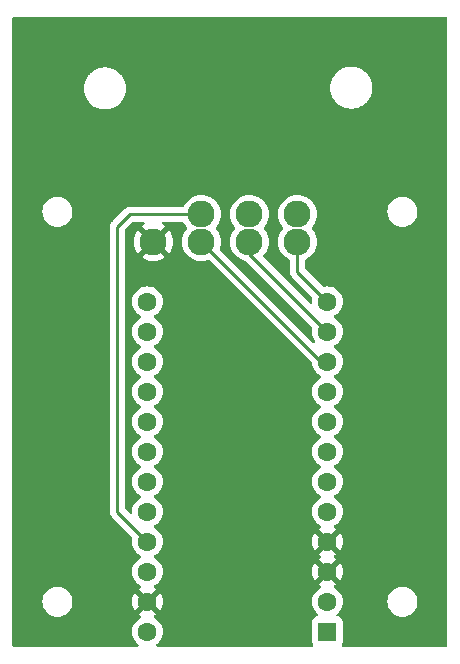
<source format=gbr>
%TF.GenerationSoftware,KiCad,Pcbnew,7.0.6*%
%TF.CreationDate,2023-08-29T00:28:29+01:00*%
%TF.ProjectId,NESInterface,4e455349-6e74-4657-9266-6163652e6b69,rev?*%
%TF.SameCoordinates,Original*%
%TF.FileFunction,Copper,L1,Top*%
%TF.FilePolarity,Positive*%
%FSLAX46Y46*%
G04 Gerber Fmt 4.6, Leading zero omitted, Abs format (unit mm)*
G04 Created by KiCad (PCBNEW 7.0.6) date 2023-08-29 00:28:29*
%MOMM*%
%LPD*%
G01*
G04 APERTURE LIST*
%TA.AperFunction,ComponentPad*%
%ADD10C,1.600000*%
%TD*%
%TA.AperFunction,ComponentPad*%
%ADD11R,1.600000X1.600000*%
%TD*%
%TA.AperFunction,ComponentPad*%
%ADD12C,2.286000*%
%TD*%
%TA.AperFunction,Conductor*%
%ADD13C,0.250000*%
%TD*%
G04 APERTURE END LIST*
D10*
%TO.P,U1,24,RAW*%
%TO.N,unconnected-(U1-RAW-Pad24)*%
X87630000Y-121920000D03*
%TO.P,U1,23,GND*%
%TO.N,GND*%
X87630000Y-119380000D03*
%TO.P,U1,22,RST*%
%TO.N,unconnected-(U1-RST-Pad22)*%
X87630000Y-116840000D03*
%TO.P,U1,21,VCC*%
%TO.N,VCC*%
X87630000Y-114300000D03*
%TO.P,U1,20,F4*%
%TO.N,unconnected-(U1-F4-Pad20)*%
X87630000Y-111760000D03*
%TO.P,U1,19,F5*%
%TO.N,unconnected-(U1-F5-Pad19)*%
X87630000Y-109220000D03*
%TO.P,U1,18,F6*%
%TO.N,unconnected-(U1-F6-Pad18)*%
X87630000Y-106680000D03*
%TO.P,U1,17,F7*%
%TO.N,unconnected-(U1-F7-Pad17)*%
X87630000Y-104140000D03*
%TO.P,U1,16,B1*%
%TO.N,unconnected-(U1-B1-Pad16)*%
X87630000Y-101600000D03*
%TO.P,U1,15,B3*%
%TO.N,unconnected-(U1-B3-Pad15)*%
X87630000Y-99060000D03*
%TO.P,U1,14,B2*%
%TO.N,unconnected-(U1-B2-Pad14)*%
X87630000Y-96520000D03*
%TO.P,U1,13,B6*%
%TO.N,unconnected-(U1-B6-Pad13)*%
X87630000Y-93980000D03*
%TO.P,U1,12,B5*%
%TO.N,Data*%
X102870000Y-93980000D03*
%TO.P,U1,11,B4*%
%TO.N,Latch*%
X102870000Y-96520000D03*
%TO.P,U1,10,E6*%
%TO.N,Clock*%
X102870000Y-99060000D03*
%TO.P,U1,9,D7*%
%TO.N,unconnected-(U1-D7-Pad9)*%
X102870000Y-101600000D03*
%TO.P,U1,8,C6*%
%TO.N,unconnected-(U1-C6-Pad8)*%
X102870000Y-104140000D03*
%TO.P,U1,7,D4*%
%TO.N,unconnected-(U1-D4-Pad7)*%
X102870000Y-106680000D03*
%TO.P,U1,6,SCL*%
%TO.N,unconnected-(U1-SCL-Pad6)*%
X102870000Y-109220000D03*
%TO.P,U1,5,SDA*%
%TO.N,unconnected-(U1-SDA-Pad5)*%
X102870000Y-111760000D03*
%TO.P,U1,4,GND*%
%TO.N,GND*%
X102870000Y-114300000D03*
%TO.P,U1,3,GND*%
X102870000Y-116840000D03*
%TO.P,U1,2,RX*%
%TO.N,unconnected-(U1-RX-Pad2)*%
X102870000Y-119380000D03*
D11*
%TO.P,U1,1,TX*%
%TO.N,unconnected-(U1-TX-Pad1)*%
X102870000Y-121920000D03*
%TD*%
D12*
%TO.P,U2,7,VCC*%
%TO.N,VCC*%
X92202000Y-86588600D03*
%TO.P,U2,6,Nc*%
%TO.N,unconnected-(U2-Nc-Pad6)*%
X96266000Y-86588600D03*
%TO.P,U2,5,Nc*%
%TO.N,unconnected-(U2-Nc-Pad5)*%
X100330000Y-86588600D03*
%TO.P,U2,4,Data*%
%TO.N,Data*%
X100330000Y-88900000D03*
%TO.P,U2,3,Latch*%
%TO.N,Latch*%
X96266000Y-88900000D03*
%TO.P,U2,2,Clock*%
%TO.N,Clock*%
X92202000Y-88900000D03*
%TO.P,U2,1,GND*%
%TO.N,GND*%
X88138000Y-88900000D03*
%TD*%
D13*
%TO.N,VCC*%
X86131400Y-86588600D02*
X85090000Y-87630000D01*
X92202000Y-86588600D02*
X86131400Y-86588600D01*
X85090000Y-87630000D02*
X85090000Y-111760000D01*
X85090000Y-111760000D02*
X87630000Y-114300000D01*
%TO.N,Clock*%
X102362000Y-99060000D02*
X102870000Y-99060000D01*
X92202000Y-88900000D02*
X102362000Y-99060000D01*
%TO.N,Latch*%
X96266000Y-89916000D02*
X102870000Y-96520000D01*
X96266000Y-88900000D02*
X96266000Y-89916000D01*
%TO.N,Data*%
X100330000Y-91440000D02*
X102870000Y-93980000D01*
X100330000Y-88900000D02*
X100330000Y-91440000D01*
%TD*%
%TA.AperFunction,Conductor*%
%TO.N,GND*%
G36*
X112972539Y-69870185D02*
G01*
X113018294Y-69922989D01*
X113029500Y-69974500D01*
X113029500Y-123065500D01*
X113009815Y-123132539D01*
X112957011Y-123178294D01*
X112905500Y-123189500D01*
X104191460Y-123189500D01*
X104124421Y-123169815D01*
X104078666Y-123117011D01*
X104068722Y-123047853D01*
X104092193Y-122991189D01*
X104112603Y-122963924D01*
X104113796Y-122962331D01*
X104164091Y-122827483D01*
X104170500Y-122767873D01*
X104170499Y-121072128D01*
X104164091Y-121012517D01*
X104129567Y-120919954D01*
X104113797Y-120877671D01*
X104113793Y-120877664D01*
X104027547Y-120762455D01*
X104027544Y-120762452D01*
X103912335Y-120676206D01*
X103912328Y-120676202D01*
X103777482Y-120625908D01*
X103777483Y-120625908D01*
X103742404Y-120622137D01*
X103677853Y-120595399D01*
X103638005Y-120538006D01*
X103635512Y-120468181D01*
X103671165Y-120408092D01*
X103684539Y-120397272D01*
X103709140Y-120380046D01*
X103870045Y-120219141D01*
X103870047Y-120219139D01*
X104000568Y-120032734D01*
X104096739Y-119826496D01*
X104155635Y-119606692D01*
X104175468Y-119380002D01*
X107944647Y-119380002D01*
X107964021Y-119601457D01*
X107964022Y-119601465D01*
X108021558Y-119816191D01*
X108021559Y-119816193D01*
X108021560Y-119816196D01*
X108057701Y-119893700D01*
X108115511Y-120017676D01*
X108126055Y-120032734D01*
X108243023Y-120199781D01*
X108400219Y-120356977D01*
X108582323Y-120484488D01*
X108783804Y-120578440D01*
X108783811Y-120578442D01*
X108783814Y-120578443D01*
X108819313Y-120587955D01*
X108822422Y-120588875D01*
X108826745Y-120590279D01*
X108826755Y-120590283D01*
X108835158Y-120592200D01*
X108998537Y-120635978D01*
X109040378Y-120639638D01*
X109048778Y-120640957D01*
X109049179Y-120641049D01*
X109051917Y-120641674D01*
X109051939Y-120641678D01*
X109085563Y-120649351D01*
X109117475Y-120646383D01*
X109220000Y-120655353D01*
X109266024Y-120651326D01*
X109274186Y-120651154D01*
X109277093Y-120651285D01*
X109277098Y-120651284D01*
X109278448Y-120651345D01*
X109278461Y-120651345D01*
X109312036Y-120652853D01*
X109341627Y-120644712D01*
X109441463Y-120635978D01*
X109490183Y-120622923D01*
X109497886Y-120621377D01*
X109503173Y-120620661D01*
X109503175Y-120620660D01*
X109505724Y-120620315D01*
X109505742Y-120620312D01*
X109535510Y-120616279D01*
X109561954Y-120603692D01*
X109643440Y-120581858D01*
X109656186Y-120578443D01*
X109656188Y-120578442D01*
X109656196Y-120578440D01*
X109705821Y-120555299D01*
X109712841Y-120552534D01*
X109720150Y-120550160D01*
X109720156Y-120550156D01*
X109725442Y-120548439D01*
X109725454Y-120548435D01*
X109748940Y-120540803D01*
X109771599Y-120524626D01*
X109857677Y-120484488D01*
X109906124Y-120450564D01*
X109912284Y-120446768D01*
X109921053Y-120442050D01*
X109921056Y-120442047D01*
X109945587Y-120428847D01*
X109964028Y-120410019D01*
X110039781Y-120356977D01*
X110084779Y-120311978D01*
X110089935Y-120307370D01*
X110099423Y-120299805D01*
X110099424Y-120299802D01*
X110104636Y-120295647D01*
X110105654Y-120295231D01*
X110108146Y-120292849D01*
X110119298Y-120283955D01*
X110133294Y-120263463D01*
X110196977Y-120199781D01*
X110236105Y-120143901D01*
X110240196Y-120138676D01*
X110249528Y-120127996D01*
X110249531Y-120127990D01*
X110249709Y-120127787D01*
X110251954Y-120126356D01*
X110256873Y-120119586D01*
X110264621Y-120110717D01*
X110274165Y-120089544D01*
X110324488Y-120017677D01*
X110355324Y-119951548D01*
X110358270Y-119945991D01*
X110363608Y-119937057D01*
X110366634Y-119934257D01*
X110372270Y-119922556D01*
X110377005Y-119914630D01*
X110382296Y-119893706D01*
X110418440Y-119816196D01*
X110418440Y-119816194D01*
X110418442Y-119816191D01*
X110418442Y-119816190D01*
X110422272Y-119801892D01*
X110438583Y-119741021D01*
X110440406Y-119735337D01*
X110442697Y-119729233D01*
X110446010Y-119724827D01*
X110450628Y-119708097D01*
X110452953Y-119701902D01*
X110454384Y-119682051D01*
X110475978Y-119601463D01*
X110483198Y-119518930D01*
X110483951Y-119513317D01*
X110487444Y-119494072D01*
X110487444Y-119494067D01*
X110488311Y-119489291D01*
X110488314Y-119489269D01*
X110489694Y-119481660D01*
X110487998Y-119469304D01*
X110488112Y-119464216D01*
X110488326Y-119460314D01*
X110495353Y-119380000D01*
X110488326Y-119299690D01*
X110488112Y-119295780D01*
X110487999Y-119290697D01*
X110490353Y-119281969D01*
X110487746Y-119267600D01*
X110487741Y-119267568D01*
X110487444Y-119265932D01*
X110487444Y-119265928D01*
X110483951Y-119246682D01*
X110483198Y-119241069D01*
X110475978Y-119158537D01*
X110454383Y-119077944D01*
X110454742Y-119062863D01*
X110450629Y-119051905D01*
X110446892Y-119038363D01*
X110442686Y-119030736D01*
X110440410Y-119024671D01*
X110438572Y-119018938D01*
X110418442Y-118943811D01*
X110418439Y-118943802D01*
X110413636Y-118933502D01*
X110382296Y-118866294D01*
X110379838Y-118850109D01*
X110372267Y-118837437D01*
X110367728Y-118828013D01*
X110363606Y-118822938D01*
X110358279Y-118814022D01*
X110355309Y-118808419D01*
X110324488Y-118742324D01*
X110324487Y-118742322D01*
X110274166Y-118670456D01*
X110268534Y-118653757D01*
X110256872Y-118640409D01*
X110252927Y-118634979D01*
X110249715Y-118632217D01*
X110240193Y-118621318D01*
X110236100Y-118616093D01*
X110196977Y-118560219D01*
X110133295Y-118496537D01*
X110124268Y-118480005D01*
X110108145Y-118467148D01*
X110106158Y-118465248D01*
X110104641Y-118464354D01*
X110089944Y-118452634D01*
X110084754Y-118447996D01*
X110039782Y-118403023D01*
X109964029Y-118349981D01*
X109951536Y-118334352D01*
X109912297Y-118313237D01*
X109906110Y-118309424D01*
X109857682Y-118275515D01*
X109857680Y-118275514D01*
X109857679Y-118275513D01*
X109857677Y-118275512D01*
X109771599Y-118235373D01*
X109755732Y-118221402D01*
X109725007Y-118211418D01*
X109724998Y-118211416D01*
X109712844Y-118207465D01*
X109705801Y-118204690D01*
X109656195Y-118181559D01*
X109561952Y-118156307D01*
X109542955Y-118144728D01*
X109504197Y-118139477D01*
X109497891Y-118138622D01*
X109490165Y-118137070D01*
X109441467Y-118124023D01*
X109441465Y-118124022D01*
X109441463Y-118124022D01*
X109441461Y-118124021D01*
X109441457Y-118124021D01*
X109341623Y-118115287D01*
X109319904Y-118106791D01*
X109274190Y-118108844D01*
X109265998Y-118108670D01*
X109220004Y-118104647D01*
X109219998Y-118104647D01*
X109117463Y-118113617D01*
X109093582Y-118108817D01*
X109049180Y-118118950D01*
X109049179Y-118118951D01*
X109048786Y-118119040D01*
X109040391Y-118120359D01*
X108998540Y-118124021D01*
X108998534Y-118124022D01*
X108835172Y-118167796D01*
X108826744Y-118169719D01*
X108822408Y-118171127D01*
X108819315Y-118172043D01*
X108783806Y-118181558D01*
X108783803Y-118181559D01*
X108582323Y-118275512D01*
X108582319Y-118275514D01*
X108400217Y-118403023D01*
X108243023Y-118560217D01*
X108115514Y-118742319D01*
X108115512Y-118742323D01*
X108021561Y-118943800D01*
X107964022Y-119158535D01*
X107964021Y-119158542D01*
X107944647Y-119379997D01*
X107944647Y-119380002D01*
X104175468Y-119380002D01*
X104175468Y-119380000D01*
X104155635Y-119153308D01*
X104096739Y-118933504D01*
X104000568Y-118727266D01*
X103883602Y-118560220D01*
X103870045Y-118540858D01*
X103709141Y-118379954D01*
X103567220Y-118280581D01*
X103522734Y-118249432D01*
X103464132Y-118222105D01*
X103411694Y-118175933D01*
X103392543Y-118108739D01*
X103412759Y-118041858D01*
X103464135Y-117997341D01*
X103522482Y-117970133D01*
X103595472Y-117919025D01*
X103041568Y-117365121D01*
X103158458Y-117314349D01*
X103275739Y-117218934D01*
X103362928Y-117095415D01*
X103393354Y-117009801D01*
X103949025Y-117565472D01*
X104000136Y-117492478D01*
X104096264Y-117286331D01*
X104096269Y-117286317D01*
X104155139Y-117066610D01*
X104155141Y-117066599D01*
X104174966Y-116840002D01*
X104174966Y-116839997D01*
X104155141Y-116613400D01*
X104155139Y-116613389D01*
X104096269Y-116393682D01*
X104096265Y-116393673D01*
X104000133Y-116187516D01*
X104000131Y-116187512D01*
X103949026Y-116114526D01*
X103949025Y-116114526D01*
X103395929Y-116667622D01*
X103393116Y-116654085D01*
X103323558Y-116519844D01*
X103220362Y-116409348D01*
X103091181Y-116330791D01*
X103039996Y-116316449D01*
X103595472Y-115760974D01*
X103595471Y-115760973D01*
X103522483Y-115709866D01*
X103522481Y-115709865D01*
X103463543Y-115682382D01*
X103411104Y-115636210D01*
X103391952Y-115569016D01*
X103412168Y-115502135D01*
X103463544Y-115457618D01*
X103522478Y-115430136D01*
X103595472Y-115379025D01*
X103041568Y-114825121D01*
X103158458Y-114774349D01*
X103275739Y-114678934D01*
X103362928Y-114555415D01*
X103393354Y-114469801D01*
X103949025Y-115025472D01*
X104000136Y-114952478D01*
X104096264Y-114746331D01*
X104096269Y-114746317D01*
X104155139Y-114526610D01*
X104155141Y-114526599D01*
X104174966Y-114300002D01*
X104174966Y-114299997D01*
X104155141Y-114073400D01*
X104155139Y-114073389D01*
X104096269Y-113853682D01*
X104096265Y-113853673D01*
X104000133Y-113647516D01*
X104000131Y-113647512D01*
X103949026Y-113574526D01*
X103949025Y-113574526D01*
X103395929Y-114127622D01*
X103393116Y-114114085D01*
X103323558Y-113979844D01*
X103220362Y-113869348D01*
X103091181Y-113790791D01*
X103039996Y-113776449D01*
X103595472Y-113220974D01*
X103595471Y-113220973D01*
X103522483Y-113169866D01*
X103522481Y-113169865D01*
X103464133Y-113142657D01*
X103411694Y-113096484D01*
X103392542Y-113029291D01*
X103412758Y-112962410D01*
X103464129Y-112917895D01*
X103522734Y-112890568D01*
X103709139Y-112760047D01*
X103870047Y-112599139D01*
X104000568Y-112412734D01*
X104096739Y-112206496D01*
X104155635Y-111986692D01*
X104175468Y-111760000D01*
X104155635Y-111533308D01*
X104096739Y-111313504D01*
X104000568Y-111107266D01*
X103870047Y-110920861D01*
X103870045Y-110920858D01*
X103709141Y-110759954D01*
X103522734Y-110629432D01*
X103522728Y-110629429D01*
X103464725Y-110602382D01*
X103412285Y-110556210D01*
X103393133Y-110489017D01*
X103413348Y-110422135D01*
X103464725Y-110377618D01*
X103522734Y-110350568D01*
X103709139Y-110220047D01*
X103870047Y-110059139D01*
X104000568Y-109872734D01*
X104096739Y-109666496D01*
X104155635Y-109446692D01*
X104175468Y-109220000D01*
X104155635Y-108993308D01*
X104096739Y-108773504D01*
X104000568Y-108567266D01*
X103870047Y-108380861D01*
X103870045Y-108380858D01*
X103709141Y-108219954D01*
X103522735Y-108089433D01*
X103522736Y-108089433D01*
X103522734Y-108089432D01*
X103464722Y-108062380D01*
X103412284Y-108016208D01*
X103393133Y-107949014D01*
X103413349Y-107882133D01*
X103464721Y-107837619D01*
X103522734Y-107810568D01*
X103709139Y-107680047D01*
X103870047Y-107519139D01*
X104000568Y-107332734D01*
X104096739Y-107126496D01*
X104155635Y-106906692D01*
X104175468Y-106680000D01*
X104155635Y-106453308D01*
X104096739Y-106233504D01*
X104000568Y-106027266D01*
X103870047Y-105840861D01*
X103870045Y-105840858D01*
X103709141Y-105679954D01*
X103522735Y-105549433D01*
X103522736Y-105549433D01*
X103522734Y-105549432D01*
X103464722Y-105522380D01*
X103412284Y-105476208D01*
X103393133Y-105409014D01*
X103413349Y-105342133D01*
X103464721Y-105297619D01*
X103522734Y-105270568D01*
X103709139Y-105140047D01*
X103870047Y-104979139D01*
X104000568Y-104792734D01*
X104096739Y-104586496D01*
X104155635Y-104366692D01*
X104175468Y-104140000D01*
X104155635Y-103913308D01*
X104096739Y-103693504D01*
X104000568Y-103487266D01*
X103870047Y-103300861D01*
X103870045Y-103300858D01*
X103709141Y-103139954D01*
X103522735Y-103009433D01*
X103522736Y-103009433D01*
X103522734Y-103009432D01*
X103464722Y-102982380D01*
X103412284Y-102936208D01*
X103393133Y-102869014D01*
X103413349Y-102802133D01*
X103464721Y-102757619D01*
X103522734Y-102730568D01*
X103709139Y-102600047D01*
X103870047Y-102439139D01*
X104000568Y-102252734D01*
X104096739Y-102046496D01*
X104155635Y-101826692D01*
X104175468Y-101600000D01*
X104155635Y-101373308D01*
X104096739Y-101153504D01*
X104000568Y-100947266D01*
X103870047Y-100760861D01*
X103870045Y-100760858D01*
X103709141Y-100599954D01*
X103522734Y-100469432D01*
X103522728Y-100469429D01*
X103464725Y-100442382D01*
X103412285Y-100396210D01*
X103393133Y-100329017D01*
X103413348Y-100262135D01*
X103464725Y-100217618D01*
X103522734Y-100190568D01*
X103709139Y-100060047D01*
X103870047Y-99899139D01*
X104000568Y-99712734D01*
X104096739Y-99506496D01*
X104155635Y-99286692D01*
X104175468Y-99060000D01*
X104155635Y-98833308D01*
X104096739Y-98613504D01*
X104000568Y-98407266D01*
X103870047Y-98220861D01*
X103870045Y-98220858D01*
X103709141Y-98059954D01*
X103522734Y-97929432D01*
X103522728Y-97929429D01*
X103464725Y-97902382D01*
X103412285Y-97856210D01*
X103393133Y-97789017D01*
X103413348Y-97722135D01*
X103464725Y-97677618D01*
X103522734Y-97650568D01*
X103709139Y-97520047D01*
X103870047Y-97359139D01*
X104000568Y-97172734D01*
X104096739Y-96966496D01*
X104155635Y-96746692D01*
X104175468Y-96520000D01*
X104155635Y-96293308D01*
X104096739Y-96073504D01*
X104000568Y-95867266D01*
X103870047Y-95680861D01*
X103870045Y-95680858D01*
X103709141Y-95519954D01*
X103522734Y-95389432D01*
X103522728Y-95389429D01*
X103464725Y-95362382D01*
X103412285Y-95316210D01*
X103393133Y-95249017D01*
X103413348Y-95182135D01*
X103464725Y-95137618D01*
X103522734Y-95110568D01*
X103709139Y-94980047D01*
X103870047Y-94819139D01*
X104000568Y-94632734D01*
X104096739Y-94426496D01*
X104155635Y-94206692D01*
X104175468Y-93980000D01*
X104155635Y-93753308D01*
X104096739Y-93533504D01*
X104000568Y-93327266D01*
X103870047Y-93140861D01*
X103870045Y-93140858D01*
X103709141Y-92979954D01*
X103522734Y-92849432D01*
X103522732Y-92849431D01*
X103316497Y-92753261D01*
X103316488Y-92753258D01*
X103096697Y-92694366D01*
X103096693Y-92694365D01*
X103096692Y-92694365D01*
X103096691Y-92694364D01*
X103096686Y-92694364D01*
X102870002Y-92674532D01*
X102869999Y-92674532D01*
X102643313Y-92694364D01*
X102643296Y-92694367D01*
X102574949Y-92712680D01*
X102505099Y-92711016D01*
X102455177Y-92680586D01*
X100991819Y-91217227D01*
X100958334Y-91155904D01*
X100955500Y-91129546D01*
X100955500Y-90502675D01*
X100975185Y-90435636D01*
X101027989Y-90389881D01*
X101032048Y-90388114D01*
X101058639Y-90377099D01*
X101078441Y-90368897D01*
X101299012Y-90233731D01*
X101495724Y-90065724D01*
X101663731Y-89869012D01*
X101798897Y-89648441D01*
X101897895Y-89409440D01*
X101958285Y-89157895D01*
X101978582Y-88900000D01*
X101958285Y-88642105D01*
X101897895Y-88390560D01*
X101798897Y-88151559D01*
X101798897Y-88151558D01*
X101700102Y-87990341D01*
X101663731Y-87930988D01*
X101663730Y-87930987D01*
X101663729Y-87930985D01*
X101573065Y-87824831D01*
X101544494Y-87761069D01*
X101554931Y-87691984D01*
X101573062Y-87663771D01*
X101663731Y-87557612D01*
X101798897Y-87337041D01*
X101897895Y-87098040D01*
X101958285Y-86846495D01*
X101978582Y-86588600D01*
X101960591Y-86360002D01*
X107944647Y-86360002D01*
X107964021Y-86581457D01*
X107964022Y-86581465D01*
X108021558Y-86796191D01*
X108021559Y-86796193D01*
X108021560Y-86796196D01*
X108045015Y-86846495D01*
X108115511Y-86997676D01*
X108115513Y-86997679D01*
X108243023Y-87179781D01*
X108400219Y-87336977D01*
X108582323Y-87464488D01*
X108783804Y-87558440D01*
X108783811Y-87558442D01*
X108783814Y-87558443D01*
X108819313Y-87567955D01*
X108822422Y-87568875D01*
X108826745Y-87570279D01*
X108826755Y-87570283D01*
X108835158Y-87572200D01*
X108998537Y-87615978D01*
X109040378Y-87619638D01*
X109048778Y-87620957D01*
X109049179Y-87621049D01*
X109051917Y-87621674D01*
X109051939Y-87621678D01*
X109085563Y-87629351D01*
X109117475Y-87626383D01*
X109220000Y-87635353D01*
X109266024Y-87631326D01*
X109274186Y-87631154D01*
X109277093Y-87631285D01*
X109277098Y-87631284D01*
X109278448Y-87631345D01*
X109278461Y-87631345D01*
X109312036Y-87632853D01*
X109341627Y-87624712D01*
X109441463Y-87615978D01*
X109490183Y-87602923D01*
X109497886Y-87601377D01*
X109503173Y-87600661D01*
X109503175Y-87600660D01*
X109505724Y-87600315D01*
X109505742Y-87600312D01*
X109535510Y-87596279D01*
X109561954Y-87583692D01*
X109638600Y-87563154D01*
X109656186Y-87558443D01*
X109656188Y-87558442D01*
X109656196Y-87558440D01*
X109705821Y-87535299D01*
X109712841Y-87532534D01*
X109720150Y-87530160D01*
X109720156Y-87530156D01*
X109725442Y-87528439D01*
X109725454Y-87528435D01*
X109748940Y-87520803D01*
X109771599Y-87504626D01*
X109857677Y-87464488D01*
X109906124Y-87430564D01*
X109912284Y-87426768D01*
X109921053Y-87422050D01*
X109921056Y-87422047D01*
X109945587Y-87408847D01*
X109964028Y-87390019D01*
X110039781Y-87336977D01*
X110084779Y-87291978D01*
X110089935Y-87287370D01*
X110099423Y-87279805D01*
X110099424Y-87279802D01*
X110104636Y-87275647D01*
X110105654Y-87275231D01*
X110108146Y-87272849D01*
X110119298Y-87263955D01*
X110133294Y-87243463D01*
X110196977Y-87179781D01*
X110236105Y-87123901D01*
X110240196Y-87118676D01*
X110249528Y-87107996D01*
X110249531Y-87107990D01*
X110249709Y-87107787D01*
X110251954Y-87106356D01*
X110256873Y-87099586D01*
X110264621Y-87090717D01*
X110274165Y-87069544D01*
X110324488Y-86997677D01*
X110355324Y-86931548D01*
X110358270Y-86925991D01*
X110363608Y-86917057D01*
X110366634Y-86914257D01*
X110372270Y-86902556D01*
X110377005Y-86894630D01*
X110382296Y-86873706D01*
X110418440Y-86796196D01*
X110418440Y-86796194D01*
X110418442Y-86796191D01*
X110418442Y-86796190D01*
X110422272Y-86781892D01*
X110438583Y-86721021D01*
X110440406Y-86715337D01*
X110442697Y-86709233D01*
X110446010Y-86704827D01*
X110450628Y-86688097D01*
X110452953Y-86681902D01*
X110454384Y-86662051D01*
X110475978Y-86581463D01*
X110483198Y-86498930D01*
X110483951Y-86493317D01*
X110487444Y-86474072D01*
X110487444Y-86474067D01*
X110488311Y-86469291D01*
X110488314Y-86469269D01*
X110489694Y-86461660D01*
X110487998Y-86449304D01*
X110488112Y-86444216D01*
X110488326Y-86440314D01*
X110495353Y-86360000D01*
X110488326Y-86279690D01*
X110488112Y-86275780D01*
X110487999Y-86270697D01*
X110490353Y-86261969D01*
X110487746Y-86247600D01*
X110487741Y-86247568D01*
X110487444Y-86245932D01*
X110487444Y-86245928D01*
X110483951Y-86226682D01*
X110483198Y-86221069D01*
X110475978Y-86138537D01*
X110454383Y-86057944D01*
X110454742Y-86042863D01*
X110450629Y-86031905D01*
X110446892Y-86018363D01*
X110442686Y-86010736D01*
X110440410Y-86004671D01*
X110438572Y-85998938D01*
X110437540Y-85995088D01*
X110418440Y-85923804D01*
X110382296Y-85846294D01*
X110379838Y-85830109D01*
X110372267Y-85817437D01*
X110367728Y-85808013D01*
X110363606Y-85802938D01*
X110358279Y-85794022D01*
X110355309Y-85788419D01*
X110324488Y-85722324D01*
X110324487Y-85722322D01*
X110274166Y-85650456D01*
X110268534Y-85633757D01*
X110256872Y-85620409D01*
X110252927Y-85614979D01*
X110249715Y-85612217D01*
X110240193Y-85601318D01*
X110236100Y-85596093D01*
X110196977Y-85540219D01*
X110133295Y-85476537D01*
X110124268Y-85460005D01*
X110108145Y-85447148D01*
X110106158Y-85445248D01*
X110104641Y-85444354D01*
X110089944Y-85432634D01*
X110084754Y-85427996D01*
X110039782Y-85383023D01*
X109964029Y-85329981D01*
X109951536Y-85314352D01*
X109912297Y-85293237D01*
X109906110Y-85289424D01*
X109857682Y-85255515D01*
X109857680Y-85255514D01*
X109857679Y-85255513D01*
X109857677Y-85255512D01*
X109771599Y-85215373D01*
X109755732Y-85201402D01*
X109725007Y-85191418D01*
X109724998Y-85191416D01*
X109712844Y-85187465D01*
X109705801Y-85184690D01*
X109656195Y-85161559D01*
X109561952Y-85136307D01*
X109542955Y-85124728D01*
X109504197Y-85119477D01*
X109497891Y-85118622D01*
X109490165Y-85117070D01*
X109441467Y-85104023D01*
X109441465Y-85104022D01*
X109441463Y-85104022D01*
X109441461Y-85104021D01*
X109441457Y-85104021D01*
X109341623Y-85095287D01*
X109319904Y-85086791D01*
X109274190Y-85088844D01*
X109265998Y-85088670D01*
X109220004Y-85084647D01*
X109219998Y-85084647D01*
X109117463Y-85093617D01*
X109093582Y-85088817D01*
X109049180Y-85098950D01*
X109049179Y-85098951D01*
X109048786Y-85099040D01*
X109040391Y-85100359D01*
X108998540Y-85104021D01*
X108998534Y-85104022D01*
X108835172Y-85147796D01*
X108826744Y-85149719D01*
X108822408Y-85151127D01*
X108819315Y-85152043D01*
X108783806Y-85161558D01*
X108783803Y-85161559D01*
X108582323Y-85255512D01*
X108582319Y-85255514D01*
X108400217Y-85383023D01*
X108243023Y-85540217D01*
X108115514Y-85722319D01*
X108115512Y-85722323D01*
X108021561Y-85923800D01*
X107964022Y-86138535D01*
X107964021Y-86138542D01*
X107944647Y-86359997D01*
X107944647Y-86360002D01*
X101960591Y-86360002D01*
X101958285Y-86330705D01*
X101897895Y-86079160D01*
X101818114Y-85886552D01*
X101798897Y-85840158D01*
X101663732Y-85619590D01*
X101663729Y-85619585D01*
X101541557Y-85476540D01*
X101495724Y-85422876D01*
X101368658Y-85314352D01*
X101299014Y-85254870D01*
X101299009Y-85254867D01*
X101078441Y-85119702D01*
X100839442Y-85020706D01*
X100839444Y-85020706D01*
X100839440Y-85020705D01*
X100839436Y-85020704D01*
X100839430Y-85020702D01*
X100587898Y-84960315D01*
X100394473Y-84945092D01*
X100330000Y-84940018D01*
X100329999Y-84940018D01*
X100072101Y-84960315D01*
X99820569Y-85020702D01*
X99820557Y-85020706D01*
X99581558Y-85119702D01*
X99360990Y-85254867D01*
X99360985Y-85254870D01*
X99164276Y-85422876D01*
X98996270Y-85619585D01*
X98996267Y-85619590D01*
X98861102Y-85840158D01*
X98762106Y-86079157D01*
X98762102Y-86079169D01*
X98701715Y-86330701D01*
X98681418Y-86588600D01*
X98701715Y-86846498D01*
X98762102Y-87098030D01*
X98762104Y-87098036D01*
X98762105Y-87098040D01*
X98766229Y-87107996D01*
X98861102Y-87337041D01*
X98996267Y-87557609D01*
X98996275Y-87557621D01*
X99086933Y-87663768D01*
X99115504Y-87727529D01*
X99105067Y-87796615D01*
X99086935Y-87824829D01*
X98996269Y-87930988D01*
X98996263Y-87930996D01*
X98861102Y-88151558D01*
X98762106Y-88390557D01*
X98762102Y-88390569D01*
X98701715Y-88642101D01*
X98681418Y-88900000D01*
X98701715Y-89157898D01*
X98762102Y-89409430D01*
X98762106Y-89409442D01*
X98861102Y-89648441D01*
X98996267Y-89869009D01*
X98996270Y-89869014D01*
X99072426Y-89958181D01*
X99164276Y-90065724D01*
X99270360Y-90156328D01*
X99360985Y-90233729D01*
X99360990Y-90233732D01*
X99581559Y-90368897D01*
X99581561Y-90368898D01*
X99627952Y-90388114D01*
X99682356Y-90431954D01*
X99704421Y-90498248D01*
X99704500Y-90502675D01*
X99704500Y-91357255D01*
X99702775Y-91372872D01*
X99703061Y-91372899D01*
X99702326Y-91380665D01*
X99704500Y-91449814D01*
X99704500Y-91479343D01*
X99704501Y-91479360D01*
X99705368Y-91486231D01*
X99705826Y-91492050D01*
X99707290Y-91538624D01*
X99707291Y-91538627D01*
X99712880Y-91557867D01*
X99716824Y-91576911D01*
X99719336Y-91596791D01*
X99736490Y-91640119D01*
X99738382Y-91645647D01*
X99751381Y-91690388D01*
X99761580Y-91707634D01*
X99770138Y-91725103D01*
X99777514Y-91743732D01*
X99804898Y-91781423D01*
X99808106Y-91786307D01*
X99831827Y-91826416D01*
X99831833Y-91826424D01*
X99845990Y-91840580D01*
X99858628Y-91855376D01*
X99870405Y-91871586D01*
X99870406Y-91871587D01*
X99906309Y-91901288D01*
X99910620Y-91905210D01*
X101332674Y-93327265D01*
X101570586Y-93565177D01*
X101604071Y-93626500D01*
X101602680Y-93684949D01*
X101584367Y-93753296D01*
X101584364Y-93753313D01*
X101564532Y-93979999D01*
X101564532Y-93980002D01*
X101568390Y-94024102D01*
X101554623Y-94092602D01*
X101506008Y-94142785D01*
X101437979Y-94158718D01*
X101372135Y-94135342D01*
X101357181Y-94122590D01*
X97452242Y-90217651D01*
X97418757Y-90156328D01*
X97423741Y-90086636D01*
X97445633Y-90049438D01*
X97599729Y-89869014D01*
X97599731Y-89869012D01*
X97734897Y-89648441D01*
X97833895Y-89409440D01*
X97894285Y-89157895D01*
X97914582Y-88900000D01*
X97894285Y-88642105D01*
X97833895Y-88390560D01*
X97734897Y-88151559D01*
X97734897Y-88151558D01*
X97636102Y-87990341D01*
X97599731Y-87930988D01*
X97599730Y-87930987D01*
X97599729Y-87930985D01*
X97509065Y-87824831D01*
X97480494Y-87761069D01*
X97490931Y-87691984D01*
X97509062Y-87663771D01*
X97599731Y-87557612D01*
X97734897Y-87337041D01*
X97833895Y-87098040D01*
X97894285Y-86846495D01*
X97914582Y-86588600D01*
X97894285Y-86330705D01*
X97833895Y-86079160D01*
X97754114Y-85886552D01*
X97734897Y-85840158D01*
X97599732Y-85619590D01*
X97599729Y-85619585D01*
X97477557Y-85476540D01*
X97431724Y-85422876D01*
X97304658Y-85314352D01*
X97235014Y-85254870D01*
X97235009Y-85254867D01*
X97014441Y-85119702D01*
X96775442Y-85020706D01*
X96775444Y-85020706D01*
X96775440Y-85020705D01*
X96775436Y-85020704D01*
X96775430Y-85020702D01*
X96523898Y-84960315D01*
X96266000Y-84940018D01*
X96008101Y-84960315D01*
X95756569Y-85020702D01*
X95756557Y-85020706D01*
X95517558Y-85119702D01*
X95296990Y-85254867D01*
X95296985Y-85254870D01*
X95100276Y-85422876D01*
X94932270Y-85619585D01*
X94932267Y-85619590D01*
X94797102Y-85840158D01*
X94698106Y-86079157D01*
X94698102Y-86079169D01*
X94637715Y-86330701D01*
X94617418Y-86588600D01*
X94637715Y-86846498D01*
X94698102Y-87098030D01*
X94698104Y-87098036D01*
X94698105Y-87098040D01*
X94702229Y-87107996D01*
X94797102Y-87337041D01*
X94932267Y-87557609D01*
X94932275Y-87557621D01*
X95022933Y-87663768D01*
X95051504Y-87727529D01*
X95041067Y-87796615D01*
X95022935Y-87824829D01*
X94932269Y-87930988D01*
X94932263Y-87930996D01*
X94797102Y-88151558D01*
X94698106Y-88390557D01*
X94698102Y-88390569D01*
X94637715Y-88642101D01*
X94617418Y-88900000D01*
X94637715Y-89157898D01*
X94698102Y-89409430D01*
X94698106Y-89409442D01*
X94797102Y-89648441D01*
X94932267Y-89869009D01*
X94932270Y-89869014D01*
X95008426Y-89958181D01*
X95100276Y-90065724D01*
X95206360Y-90156328D01*
X95296985Y-90233729D01*
X95296990Y-90233732D01*
X95517558Y-90368897D01*
X95602057Y-90403897D01*
X95756560Y-90467895D01*
X95756570Y-90467897D01*
X95756572Y-90467898D01*
X95955136Y-90515568D01*
X96013871Y-90548461D01*
X101570586Y-96105177D01*
X101604071Y-96166500D01*
X101602680Y-96224949D01*
X101584367Y-96293296D01*
X101584364Y-96293313D01*
X101564532Y-96519999D01*
X101564532Y-96520001D01*
X101584364Y-96746686D01*
X101584366Y-96746697D01*
X101643258Y-96966488D01*
X101643261Y-96966496D01*
X101739432Y-97172734D01*
X101814282Y-97279632D01*
X101836609Y-97345837D01*
X101819599Y-97413604D01*
X101768651Y-97461417D01*
X101699941Y-97474095D01*
X101635284Y-97447613D01*
X101625026Y-97438435D01*
X93777557Y-89590966D01*
X93744072Y-89529643D01*
X93749056Y-89459951D01*
X93750651Y-89455898D01*
X93769895Y-89409440D01*
X93830285Y-89157895D01*
X93850582Y-88900000D01*
X93830285Y-88642105D01*
X93769895Y-88390560D01*
X93670897Y-88151559D01*
X93670897Y-88151558D01*
X93572102Y-87990341D01*
X93535731Y-87930988D01*
X93535730Y-87930987D01*
X93535729Y-87930985D01*
X93445065Y-87824831D01*
X93416494Y-87761069D01*
X93426931Y-87691984D01*
X93445062Y-87663771D01*
X93535731Y-87557612D01*
X93670897Y-87337041D01*
X93769895Y-87098040D01*
X93830285Y-86846495D01*
X93850582Y-86588600D01*
X93830285Y-86330705D01*
X93769895Y-86079160D01*
X93690114Y-85886552D01*
X93670897Y-85840158D01*
X93535732Y-85619590D01*
X93535729Y-85619585D01*
X93413557Y-85476540D01*
X93367724Y-85422876D01*
X93240658Y-85314352D01*
X93171014Y-85254870D01*
X93171009Y-85254867D01*
X92950441Y-85119702D01*
X92711442Y-85020706D01*
X92711444Y-85020706D01*
X92711440Y-85020705D01*
X92711436Y-85020704D01*
X92711430Y-85020702D01*
X92459898Y-84960315D01*
X92266473Y-84945092D01*
X92202000Y-84940018D01*
X92201999Y-84940018D01*
X91944101Y-84960315D01*
X91692569Y-85020702D01*
X91692557Y-85020706D01*
X91453558Y-85119702D01*
X91232990Y-85254867D01*
X91232985Y-85254870D01*
X91036276Y-85422876D01*
X90868270Y-85619585D01*
X90868267Y-85619590D01*
X90733102Y-85840159D01*
X90733101Y-85840161D01*
X90713886Y-85886552D01*
X90670046Y-85940956D01*
X90603752Y-85963021D01*
X90599325Y-85963100D01*
X86214143Y-85963100D01*
X86198522Y-85961375D01*
X86198496Y-85961661D01*
X86190734Y-85960927D01*
X86190733Y-85960927D01*
X86121586Y-85963100D01*
X86092049Y-85963100D01*
X86085166Y-85963969D01*
X86079349Y-85964426D01*
X86032773Y-85965890D01*
X86013529Y-85971481D01*
X85994479Y-85975425D01*
X85974611Y-85977934D01*
X85931284Y-85995088D01*
X85925758Y-85996979D01*
X85881014Y-86009979D01*
X85881010Y-86009981D01*
X85863766Y-86020179D01*
X85846305Y-86028733D01*
X85827674Y-86036110D01*
X85827662Y-86036117D01*
X85789970Y-86063502D01*
X85785087Y-86066709D01*
X85744980Y-86090429D01*
X85730814Y-86104595D01*
X85716024Y-86117227D01*
X85699814Y-86129004D01*
X85699811Y-86129007D01*
X85670110Y-86164909D01*
X85666177Y-86169231D01*
X84706208Y-87129199D01*
X84693951Y-87139020D01*
X84694134Y-87139241D01*
X84688123Y-87144213D01*
X84640772Y-87194636D01*
X84619889Y-87215519D01*
X84619877Y-87215532D01*
X84615621Y-87221017D01*
X84611837Y-87225447D01*
X84579937Y-87259418D01*
X84579936Y-87259420D01*
X84570284Y-87276976D01*
X84559610Y-87293226D01*
X84547329Y-87309061D01*
X84547324Y-87309068D01*
X84528815Y-87351838D01*
X84526245Y-87357084D01*
X84503803Y-87397906D01*
X84498822Y-87417307D01*
X84492521Y-87435710D01*
X84484562Y-87454102D01*
X84484561Y-87454105D01*
X84477271Y-87500127D01*
X84476087Y-87505846D01*
X84464501Y-87550972D01*
X84464500Y-87550982D01*
X84464500Y-87571016D01*
X84462973Y-87590413D01*
X84459840Y-87610196D01*
X84461834Y-87631285D01*
X84464225Y-87656583D01*
X84464500Y-87662421D01*
X84464500Y-111677255D01*
X84462775Y-111692872D01*
X84463061Y-111692899D01*
X84462326Y-111700665D01*
X84464500Y-111769814D01*
X84464500Y-111799343D01*
X84464501Y-111799360D01*
X84465368Y-111806231D01*
X84465826Y-111812050D01*
X84467290Y-111858624D01*
X84467291Y-111858627D01*
X84472880Y-111877867D01*
X84476824Y-111896911D01*
X84477542Y-111902590D01*
X84479336Y-111916791D01*
X84496490Y-111960119D01*
X84498382Y-111965647D01*
X84511381Y-112010388D01*
X84521580Y-112027634D01*
X84530138Y-112045103D01*
X84537514Y-112063732D01*
X84564898Y-112101423D01*
X84568106Y-112106307D01*
X84591827Y-112146416D01*
X84591833Y-112146424D01*
X84605990Y-112160580D01*
X84618627Y-112175375D01*
X84630406Y-112191587D01*
X84648418Y-112206488D01*
X84666309Y-112221288D01*
X84670620Y-112225210D01*
X86019935Y-113574526D01*
X86330586Y-113885177D01*
X86364071Y-113946500D01*
X86362680Y-114004949D01*
X86344367Y-114073296D01*
X86344364Y-114073313D01*
X86324532Y-114299999D01*
X86324532Y-114300001D01*
X86344364Y-114526686D01*
X86344366Y-114526697D01*
X86403258Y-114746488D01*
X86403261Y-114746497D01*
X86499431Y-114952732D01*
X86499432Y-114952734D01*
X86629954Y-115139141D01*
X86790858Y-115300045D01*
X86790861Y-115300047D01*
X86977266Y-115430568D01*
X87035275Y-115457618D01*
X87087714Y-115503791D01*
X87106866Y-115570984D01*
X87086650Y-115637865D01*
X87035275Y-115682382D01*
X86977267Y-115709431D01*
X86977265Y-115709432D01*
X86790858Y-115839954D01*
X86629954Y-116000858D01*
X86499432Y-116187265D01*
X86499431Y-116187267D01*
X86403261Y-116393502D01*
X86403258Y-116393511D01*
X86344366Y-116613302D01*
X86344364Y-116613313D01*
X86324532Y-116839998D01*
X86324532Y-116840001D01*
X86344364Y-117066686D01*
X86344366Y-117066697D01*
X86403258Y-117286488D01*
X86403261Y-117286497D01*
X86499431Y-117492732D01*
X86499432Y-117492734D01*
X86629954Y-117679141D01*
X86790858Y-117840045D01*
X86790861Y-117840047D01*
X86977266Y-117970568D01*
X87035865Y-117997893D01*
X87088305Y-118044065D01*
X87107457Y-118111258D01*
X87087242Y-118178139D01*
X87035867Y-118222657D01*
X86977511Y-118249869D01*
X86904527Y-118300972D01*
X86904526Y-118300973D01*
X87458432Y-118854878D01*
X87341542Y-118905651D01*
X87224261Y-119001066D01*
X87137072Y-119124585D01*
X87106645Y-119210198D01*
X86550973Y-118654526D01*
X86550972Y-118654527D01*
X86499868Y-118727513D01*
X86403734Y-118933673D01*
X86403730Y-118933682D01*
X86344860Y-119153389D01*
X86344858Y-119153400D01*
X86325034Y-119379997D01*
X86325034Y-119380002D01*
X86344858Y-119606599D01*
X86344860Y-119606610D01*
X86403730Y-119826317D01*
X86403734Y-119826326D01*
X86499865Y-120032481D01*
X86499866Y-120032483D01*
X86550973Y-120105471D01*
X86550974Y-120105472D01*
X87104070Y-119552375D01*
X87106884Y-119565915D01*
X87176442Y-119700156D01*
X87279638Y-119810652D01*
X87408819Y-119889209D01*
X87460002Y-119903549D01*
X86904526Y-120459025D01*
X86904526Y-120459026D01*
X86977512Y-120510131D01*
X86977520Y-120510135D01*
X87035865Y-120537342D01*
X87088305Y-120583514D01*
X87107457Y-120650707D01*
X87087242Y-120717589D01*
X87035867Y-120762105D01*
X86977266Y-120789432D01*
X86977264Y-120789433D01*
X86790858Y-120919954D01*
X86629954Y-121080858D01*
X86499432Y-121267265D01*
X86499431Y-121267267D01*
X86403261Y-121473502D01*
X86403258Y-121473511D01*
X86344366Y-121693302D01*
X86344364Y-121693313D01*
X86324532Y-121919998D01*
X86324532Y-121920001D01*
X86344364Y-122146686D01*
X86344366Y-122146697D01*
X86403258Y-122366488D01*
X86403261Y-122366497D01*
X86499431Y-122572732D01*
X86499432Y-122572734D01*
X86629954Y-122759141D01*
X86790855Y-122920042D01*
X86790858Y-122920044D01*
X86790861Y-122920047D01*
X86853528Y-122963926D01*
X86897151Y-123018501D01*
X86904345Y-123087999D01*
X86872823Y-123150354D01*
X86812593Y-123185769D01*
X86782403Y-123189500D01*
X76324500Y-123189500D01*
X76257461Y-123169815D01*
X76211706Y-123117011D01*
X76200500Y-123065500D01*
X76200500Y-119380002D01*
X78734647Y-119380002D01*
X78754021Y-119601457D01*
X78754022Y-119601465D01*
X78811558Y-119816191D01*
X78811559Y-119816193D01*
X78811560Y-119816196D01*
X78847701Y-119893700D01*
X78905511Y-120017676D01*
X78916055Y-120032734D01*
X79033023Y-120199781D01*
X79190219Y-120356977D01*
X79372323Y-120484488D01*
X79573804Y-120578440D01*
X79573811Y-120578442D01*
X79573814Y-120578443D01*
X79609313Y-120587955D01*
X79612422Y-120588875D01*
X79616745Y-120590279D01*
X79616755Y-120590283D01*
X79625158Y-120592200D01*
X79788537Y-120635978D01*
X79830378Y-120639638D01*
X79838778Y-120640957D01*
X79839179Y-120641049D01*
X79841917Y-120641674D01*
X79841939Y-120641678D01*
X79875563Y-120649351D01*
X79907475Y-120646383D01*
X80010000Y-120655353D01*
X80056024Y-120651326D01*
X80064186Y-120651154D01*
X80067093Y-120651285D01*
X80067098Y-120651284D01*
X80068448Y-120651345D01*
X80068461Y-120651345D01*
X80102036Y-120652853D01*
X80131627Y-120644712D01*
X80231463Y-120635978D01*
X80280183Y-120622923D01*
X80287886Y-120621377D01*
X80293173Y-120620661D01*
X80293175Y-120620660D01*
X80295724Y-120620315D01*
X80295742Y-120620312D01*
X80325510Y-120616279D01*
X80351954Y-120603692D01*
X80433440Y-120581858D01*
X80446186Y-120578443D01*
X80446188Y-120578442D01*
X80446196Y-120578440D01*
X80495821Y-120555299D01*
X80502841Y-120552534D01*
X80510150Y-120550160D01*
X80510156Y-120550156D01*
X80515442Y-120548439D01*
X80515454Y-120548435D01*
X80538940Y-120540803D01*
X80561599Y-120524626D01*
X80647677Y-120484488D01*
X80696124Y-120450564D01*
X80702284Y-120446768D01*
X80711053Y-120442050D01*
X80711056Y-120442047D01*
X80735587Y-120428847D01*
X80754028Y-120410019D01*
X80829781Y-120356977D01*
X80874779Y-120311978D01*
X80879935Y-120307370D01*
X80889423Y-120299805D01*
X80889424Y-120299802D01*
X80894636Y-120295647D01*
X80895654Y-120295231D01*
X80898146Y-120292849D01*
X80909298Y-120283955D01*
X80923294Y-120263463D01*
X80986977Y-120199781D01*
X81026105Y-120143901D01*
X81030196Y-120138676D01*
X81039528Y-120127996D01*
X81039531Y-120127990D01*
X81039709Y-120127787D01*
X81041954Y-120126356D01*
X81046873Y-120119586D01*
X81054621Y-120110717D01*
X81064165Y-120089544D01*
X81114488Y-120017677D01*
X81145324Y-119951548D01*
X81148270Y-119945991D01*
X81153608Y-119937057D01*
X81156634Y-119934257D01*
X81162270Y-119922556D01*
X81167005Y-119914630D01*
X81172296Y-119893706D01*
X81208440Y-119816196D01*
X81208440Y-119816194D01*
X81208442Y-119816191D01*
X81208442Y-119816190D01*
X81212272Y-119801892D01*
X81228583Y-119741021D01*
X81230406Y-119735337D01*
X81232697Y-119729233D01*
X81236010Y-119724827D01*
X81240628Y-119708097D01*
X81242953Y-119701902D01*
X81244384Y-119682051D01*
X81265978Y-119601463D01*
X81273198Y-119518930D01*
X81273951Y-119513317D01*
X81277444Y-119494072D01*
X81277444Y-119494067D01*
X81278311Y-119489291D01*
X81278314Y-119489269D01*
X81279694Y-119481660D01*
X81277998Y-119469304D01*
X81278112Y-119464216D01*
X81278326Y-119460314D01*
X81285353Y-119380000D01*
X81278326Y-119299690D01*
X81278112Y-119295780D01*
X81277999Y-119290697D01*
X81280353Y-119281969D01*
X81277746Y-119267600D01*
X81277741Y-119267568D01*
X81277444Y-119265932D01*
X81277444Y-119265928D01*
X81273951Y-119246682D01*
X81273198Y-119241069D01*
X81265978Y-119158537D01*
X81244383Y-119077944D01*
X81244742Y-119062863D01*
X81240629Y-119051905D01*
X81236892Y-119038363D01*
X81232686Y-119030736D01*
X81230410Y-119024671D01*
X81228572Y-119018938D01*
X81208442Y-118943811D01*
X81208439Y-118943802D01*
X81203636Y-118933502D01*
X81172296Y-118866294D01*
X81169838Y-118850109D01*
X81162267Y-118837437D01*
X81157728Y-118828013D01*
X81153606Y-118822938D01*
X81148279Y-118814022D01*
X81145309Y-118808419D01*
X81114488Y-118742324D01*
X81114487Y-118742322D01*
X81064166Y-118670456D01*
X81058534Y-118653757D01*
X81046872Y-118640409D01*
X81042927Y-118634979D01*
X81039715Y-118632217D01*
X81030193Y-118621318D01*
X81026100Y-118616093D01*
X80986977Y-118560219D01*
X80923295Y-118496537D01*
X80914268Y-118480005D01*
X80898145Y-118467148D01*
X80896158Y-118465248D01*
X80894641Y-118464354D01*
X80879944Y-118452634D01*
X80874754Y-118447996D01*
X80829782Y-118403023D01*
X80754029Y-118349981D01*
X80741536Y-118334352D01*
X80702297Y-118313237D01*
X80696110Y-118309424D01*
X80647682Y-118275515D01*
X80647680Y-118275514D01*
X80647679Y-118275513D01*
X80647677Y-118275512D01*
X80561599Y-118235373D01*
X80545732Y-118221402D01*
X80515007Y-118211418D01*
X80514998Y-118211416D01*
X80502844Y-118207465D01*
X80495801Y-118204690D01*
X80446195Y-118181559D01*
X80351952Y-118156307D01*
X80332955Y-118144728D01*
X80294197Y-118139477D01*
X80287891Y-118138622D01*
X80280165Y-118137070D01*
X80231467Y-118124023D01*
X80231465Y-118124022D01*
X80231463Y-118124022D01*
X80231461Y-118124021D01*
X80231457Y-118124021D01*
X80131623Y-118115287D01*
X80109904Y-118106791D01*
X80064190Y-118108844D01*
X80055998Y-118108670D01*
X80010004Y-118104647D01*
X80009998Y-118104647D01*
X79907463Y-118113617D01*
X79883582Y-118108817D01*
X79839180Y-118118950D01*
X79839179Y-118118951D01*
X79838786Y-118119040D01*
X79830391Y-118120359D01*
X79788540Y-118124021D01*
X79788534Y-118124022D01*
X79625172Y-118167796D01*
X79616744Y-118169719D01*
X79612408Y-118171127D01*
X79609315Y-118172043D01*
X79573806Y-118181558D01*
X79573803Y-118181559D01*
X79372323Y-118275512D01*
X79372319Y-118275514D01*
X79190217Y-118403023D01*
X79033023Y-118560217D01*
X78905514Y-118742319D01*
X78905512Y-118742323D01*
X78811561Y-118943800D01*
X78754022Y-119158535D01*
X78754021Y-119158542D01*
X78734647Y-119379997D01*
X78734647Y-119380002D01*
X76200500Y-119380002D01*
X76200500Y-86360002D01*
X78734647Y-86360002D01*
X78754021Y-86581457D01*
X78754022Y-86581465D01*
X78811558Y-86796191D01*
X78811559Y-86796193D01*
X78811560Y-86796196D01*
X78835015Y-86846495D01*
X78905511Y-86997676D01*
X78905513Y-86997679D01*
X79033023Y-87179781D01*
X79190219Y-87336977D01*
X79372323Y-87464488D01*
X79573804Y-87558440D01*
X79573811Y-87558442D01*
X79573814Y-87558443D01*
X79609313Y-87567955D01*
X79612422Y-87568875D01*
X79616745Y-87570279D01*
X79616755Y-87570283D01*
X79625158Y-87572200D01*
X79788537Y-87615978D01*
X79830378Y-87619638D01*
X79838778Y-87620957D01*
X79839179Y-87621049D01*
X79841917Y-87621674D01*
X79841939Y-87621678D01*
X79875563Y-87629351D01*
X79907475Y-87626383D01*
X80010000Y-87635353D01*
X80056024Y-87631326D01*
X80064186Y-87631154D01*
X80067093Y-87631285D01*
X80067098Y-87631284D01*
X80068448Y-87631345D01*
X80068461Y-87631345D01*
X80102036Y-87632853D01*
X80131627Y-87624712D01*
X80231463Y-87615978D01*
X80280183Y-87602923D01*
X80287886Y-87601377D01*
X80293173Y-87600661D01*
X80293175Y-87600660D01*
X80295724Y-87600315D01*
X80295742Y-87600312D01*
X80325510Y-87596279D01*
X80351954Y-87583692D01*
X80428600Y-87563154D01*
X80446186Y-87558443D01*
X80446188Y-87558442D01*
X80446196Y-87558440D01*
X80495821Y-87535299D01*
X80502841Y-87532534D01*
X80510150Y-87530160D01*
X80510156Y-87530156D01*
X80515442Y-87528439D01*
X80515454Y-87528435D01*
X80538940Y-87520803D01*
X80561599Y-87504626D01*
X80647677Y-87464488D01*
X80696124Y-87430564D01*
X80702284Y-87426768D01*
X80711053Y-87422050D01*
X80711056Y-87422047D01*
X80735587Y-87408847D01*
X80754028Y-87390019D01*
X80829781Y-87336977D01*
X80874779Y-87291978D01*
X80879935Y-87287370D01*
X80889423Y-87279805D01*
X80889424Y-87279802D01*
X80894636Y-87275647D01*
X80895654Y-87275231D01*
X80898146Y-87272849D01*
X80909298Y-87263955D01*
X80923294Y-87243463D01*
X80986977Y-87179781D01*
X81026105Y-87123901D01*
X81030196Y-87118676D01*
X81039528Y-87107996D01*
X81039531Y-87107990D01*
X81039709Y-87107787D01*
X81041954Y-87106356D01*
X81046873Y-87099586D01*
X81054621Y-87090717D01*
X81064165Y-87069544D01*
X81114488Y-86997677D01*
X81145324Y-86931548D01*
X81148270Y-86925991D01*
X81153608Y-86917057D01*
X81156634Y-86914257D01*
X81162270Y-86902556D01*
X81167005Y-86894630D01*
X81172296Y-86873706D01*
X81208440Y-86796196D01*
X81208440Y-86796194D01*
X81208442Y-86796191D01*
X81208442Y-86796190D01*
X81212272Y-86781892D01*
X81228583Y-86721021D01*
X81230406Y-86715337D01*
X81232697Y-86709233D01*
X81236010Y-86704827D01*
X81240628Y-86688097D01*
X81242953Y-86681902D01*
X81244384Y-86662051D01*
X81265978Y-86581463D01*
X81273198Y-86498930D01*
X81273951Y-86493317D01*
X81277444Y-86474072D01*
X81277444Y-86474067D01*
X81278311Y-86469291D01*
X81278314Y-86469269D01*
X81279694Y-86461660D01*
X81277998Y-86449304D01*
X81278112Y-86444216D01*
X81278326Y-86440314D01*
X81285353Y-86360000D01*
X81278326Y-86279690D01*
X81278112Y-86275780D01*
X81277999Y-86270697D01*
X81280353Y-86261969D01*
X81277746Y-86247600D01*
X81277741Y-86247568D01*
X81277444Y-86245932D01*
X81277444Y-86245928D01*
X81273951Y-86226682D01*
X81273198Y-86221069D01*
X81265978Y-86138537D01*
X81244383Y-86057944D01*
X81244742Y-86042863D01*
X81240629Y-86031905D01*
X81236892Y-86018363D01*
X81232686Y-86010736D01*
X81230410Y-86004671D01*
X81228572Y-85998938D01*
X81227540Y-85995088D01*
X81208440Y-85923804D01*
X81172296Y-85846294D01*
X81169838Y-85830109D01*
X81162267Y-85817437D01*
X81157728Y-85808013D01*
X81153606Y-85802938D01*
X81148279Y-85794022D01*
X81145309Y-85788419D01*
X81114488Y-85722324D01*
X81114487Y-85722322D01*
X81064166Y-85650456D01*
X81058534Y-85633757D01*
X81046872Y-85620409D01*
X81042927Y-85614979D01*
X81039715Y-85612217D01*
X81030193Y-85601318D01*
X81026100Y-85596093D01*
X80986977Y-85540219D01*
X80923295Y-85476537D01*
X80914268Y-85460005D01*
X80898145Y-85447148D01*
X80896158Y-85445248D01*
X80894641Y-85444354D01*
X80879944Y-85432634D01*
X80874754Y-85427996D01*
X80829782Y-85383023D01*
X80754029Y-85329981D01*
X80741536Y-85314352D01*
X80702297Y-85293237D01*
X80696110Y-85289424D01*
X80647682Y-85255515D01*
X80647680Y-85255514D01*
X80647679Y-85255513D01*
X80647677Y-85255512D01*
X80561599Y-85215373D01*
X80545732Y-85201402D01*
X80515007Y-85191418D01*
X80514998Y-85191416D01*
X80502844Y-85187465D01*
X80495801Y-85184690D01*
X80446195Y-85161559D01*
X80351952Y-85136307D01*
X80332955Y-85124728D01*
X80294197Y-85119477D01*
X80287891Y-85118622D01*
X80280165Y-85117070D01*
X80231467Y-85104023D01*
X80231465Y-85104022D01*
X80231463Y-85104022D01*
X80231461Y-85104021D01*
X80231457Y-85104021D01*
X80131623Y-85095287D01*
X80109904Y-85086791D01*
X80064190Y-85088844D01*
X80055998Y-85088670D01*
X80010004Y-85084647D01*
X80009998Y-85084647D01*
X79907463Y-85093617D01*
X79883582Y-85088817D01*
X79839180Y-85098950D01*
X79839179Y-85098951D01*
X79838786Y-85099040D01*
X79830391Y-85100359D01*
X79788540Y-85104021D01*
X79788534Y-85104022D01*
X79625172Y-85147796D01*
X79616744Y-85149719D01*
X79612408Y-85151127D01*
X79609315Y-85152043D01*
X79573806Y-85161558D01*
X79573803Y-85161559D01*
X79372323Y-85255512D01*
X79372319Y-85255514D01*
X79190217Y-85383023D01*
X79033023Y-85540217D01*
X78905514Y-85722319D01*
X78905512Y-85722323D01*
X78811561Y-85923800D01*
X78754022Y-86138535D01*
X78754021Y-86138542D01*
X78734647Y-86359997D01*
X78734647Y-86360002D01*
X76200500Y-86360002D01*
X76200500Y-75915915D01*
X82251095Y-75915915D01*
X82258895Y-76020009D01*
X82259068Y-76024624D01*
X82259068Y-76045311D01*
X82258294Y-76047946D01*
X82258343Y-76048596D01*
X82259612Y-76052587D01*
X82262695Y-76073045D01*
X82263215Y-76077654D01*
X82265938Y-76113982D01*
X82271014Y-76181721D01*
X82271015Y-76181726D01*
X82271016Y-76181736D01*
X82294238Y-76283481D01*
X82295101Y-76288039D01*
X82298183Y-76308493D01*
X82297811Y-76311205D01*
X82297960Y-76311855D01*
X82299810Y-76315615D01*
X82305904Y-76335374D01*
X82307104Y-76339851D01*
X82314464Y-76372094D01*
X82330330Y-76441607D01*
X82362994Y-76524834D01*
X82368453Y-76538741D01*
X82369985Y-76543120D01*
X82376090Y-76562913D01*
X82376127Y-76565652D01*
X82376364Y-76566257D01*
X82378755Y-76569699D01*
X82387732Y-76588341D01*
X82389586Y-76592590D01*
X82427714Y-76689738D01*
X82427716Y-76689741D01*
X82479893Y-76780114D01*
X82482058Y-76784210D01*
X82491048Y-76802878D01*
X82491493Y-76805584D01*
X82491809Y-76806130D01*
X82494681Y-76809173D01*
X82506343Y-76826277D01*
X82508812Y-76830205D01*
X82560998Y-76920592D01*
X82626068Y-77002187D01*
X82628820Y-77005916D01*
X82640473Y-77023006D01*
X82641317Y-77025617D01*
X82641725Y-77026128D01*
X82645014Y-77028705D01*
X82659088Y-77043872D01*
X82662116Y-77047390D01*
X82727193Y-77128994D01*
X82727196Y-77128996D01*
X82803680Y-77199963D01*
X82806960Y-77203242D01*
X82821055Y-77218433D01*
X82822277Y-77220886D01*
X82822747Y-77221321D01*
X82826390Y-77223383D01*
X82826393Y-77223385D01*
X82842598Y-77236308D01*
X82846088Y-77239312D01*
X82922596Y-77310301D01*
X83008830Y-77369094D01*
X83012552Y-77371841D01*
X83028737Y-77384749D01*
X83030311Y-77386991D01*
X83030843Y-77387354D01*
X83034751Y-77388849D01*
X83052700Y-77399212D01*
X83056579Y-77401649D01*
X83142839Y-77460460D01*
X83236853Y-77505735D01*
X83240944Y-77507896D01*
X83258891Y-77518258D01*
X83260783Y-77520242D01*
X83261360Y-77520520D01*
X83265450Y-77521416D01*
X83284731Y-77528983D01*
X83288965Y-77530830D01*
X83383001Y-77576116D01*
X83482745Y-77606882D01*
X83487082Y-77608401D01*
X83495487Y-77611699D01*
X83506377Y-77615974D01*
X83508541Y-77617652D01*
X83509154Y-77617841D01*
X83513327Y-77618118D01*
X83533513Y-77622725D01*
X83537994Y-77623925D01*
X83547444Y-77626840D01*
X83637719Y-77654686D01*
X83637722Y-77654686D01*
X83637724Y-77654687D01*
X83655442Y-77657357D01*
X83740937Y-77670243D01*
X83745455Y-77671098D01*
X83765639Y-77675705D01*
X83768031Y-77677043D01*
X83768685Y-77677141D01*
X83772845Y-77676793D01*
X83793508Y-77678341D01*
X83798066Y-77678854D01*
X83901302Y-77694415D01*
X83901308Y-77694415D01*
X84005651Y-77694415D01*
X84010286Y-77694588D01*
X84030933Y-77696136D01*
X84033502Y-77697104D01*
X84034150Y-77697104D01*
X84038230Y-77696136D01*
X84058879Y-77694588D01*
X84063513Y-77694415D01*
X84167856Y-77694415D01*
X84167862Y-77694415D01*
X84271103Y-77678853D01*
X84275649Y-77678342D01*
X84296315Y-77676793D01*
X84298990Y-77677366D01*
X84299622Y-77677270D01*
X84303489Y-77675713D01*
X84323713Y-77671097D01*
X84328216Y-77670245D01*
X84431445Y-77654686D01*
X84531200Y-77623915D01*
X84535615Y-77622732D01*
X84555838Y-77618117D01*
X84558570Y-77618284D01*
X84559181Y-77618096D01*
X84562783Y-77615974D01*
X84582105Y-77608391D01*
X84586387Y-77606892D01*
X84686163Y-77576116D01*
X84780219Y-77530821D01*
X84784401Y-77528996D01*
X84803710Y-77521417D01*
X84806443Y-77521175D01*
X84807012Y-77520901D01*
X84810264Y-77518262D01*
X84828210Y-77507901D01*
X84832273Y-77505753D01*
X84926326Y-77460460D01*
X85012584Y-77401649D01*
X85016459Y-77399214D01*
X85034409Y-77388851D01*
X85037069Y-77388205D01*
X85037602Y-77387842D01*
X85040419Y-77384753D01*
X85056643Y-77371815D01*
X85060297Y-77369119D01*
X85146568Y-77310301D01*
X85223100Y-77239288D01*
X85226567Y-77236306D01*
X85242771Y-77223384D01*
X85245309Y-77222348D01*
X85245774Y-77221916D01*
X85248103Y-77218437D01*
X85262216Y-77203227D01*
X85265458Y-77199986D01*
X85341970Y-77128994D01*
X85407051Y-77047384D01*
X85410056Y-77043892D01*
X85424144Y-77028709D01*
X85426497Y-77027307D01*
X85426898Y-77026805D01*
X85428683Y-77023018D01*
X85428691Y-77023006D01*
X85440366Y-77005881D01*
X85443057Y-77002234D01*
X85508168Y-76920589D01*
X85560368Y-76830175D01*
X85562797Y-76826309D01*
X85574480Y-76809173D01*
X85576600Y-76807435D01*
X85576915Y-76806889D01*
X85578119Y-76802870D01*
X85581588Y-76795667D01*
X85587118Y-76784182D01*
X85589245Y-76780158D01*
X85641448Y-76689741D01*
X85679592Y-76592551D01*
X85681415Y-76588372D01*
X85690411Y-76569692D01*
X85692247Y-76567658D01*
X85692482Y-76567060D01*
X85693072Y-76562913D01*
X85699183Y-76543102D01*
X85700689Y-76538797D01*
X85738834Y-76441607D01*
X85762064Y-76339827D01*
X85763248Y-76335407D01*
X85768016Y-76319950D01*
X85769356Y-76315608D01*
X85770866Y-76313326D01*
X85771014Y-76312679D01*
X85770979Y-76308496D01*
X85770979Y-76308493D01*
X85774066Y-76288012D01*
X85774917Y-76283513D01*
X85798149Y-76181730D01*
X85805949Y-76077644D01*
X85806466Y-76073053D01*
X85810600Y-76045628D01*
X85810207Y-76043005D01*
X85810727Y-76015153D01*
X85810887Y-76011740D01*
X85818069Y-75915915D01*
X85812992Y-75848167D01*
X103102088Y-75848167D01*
X103109888Y-75952261D01*
X103110061Y-75956876D01*
X103110061Y-75977563D01*
X103109287Y-75980198D01*
X103109336Y-75980848D01*
X103110605Y-75984839D01*
X103113688Y-76005297D01*
X103114208Y-76009906D01*
X103117059Y-76047946D01*
X103122007Y-76113973D01*
X103122008Y-76113978D01*
X103122009Y-76113988D01*
X103145231Y-76215733D01*
X103146094Y-76220291D01*
X103149176Y-76240745D01*
X103148804Y-76243457D01*
X103148953Y-76244107D01*
X103150803Y-76247867D01*
X103156897Y-76267626D01*
X103158097Y-76272103D01*
X103172539Y-76335374D01*
X103181323Y-76373859D01*
X103207912Y-76441607D01*
X103219446Y-76470993D01*
X103220978Y-76475372D01*
X103227083Y-76495165D01*
X103227120Y-76497904D01*
X103227357Y-76498509D01*
X103229748Y-76501951D01*
X103238725Y-76520593D01*
X103240579Y-76524842D01*
X103278707Y-76621990D01*
X103278709Y-76621993D01*
X103330890Y-76712373D01*
X103333051Y-76716462D01*
X103342041Y-76735130D01*
X103342486Y-76737836D01*
X103342802Y-76738382D01*
X103345674Y-76741425D01*
X103357336Y-76758529D01*
X103359805Y-76762457D01*
X103411991Y-76852844D01*
X103477061Y-76934439D01*
X103479813Y-76938168D01*
X103491466Y-76955258D01*
X103492310Y-76957869D01*
X103492718Y-76958380D01*
X103496007Y-76960957D01*
X103510081Y-76976124D01*
X103513109Y-76979642D01*
X103578186Y-77061246D01*
X103578189Y-77061248D01*
X103654673Y-77132215D01*
X103657953Y-77135494D01*
X103672048Y-77150685D01*
X103673270Y-77153138D01*
X103673740Y-77153573D01*
X103677383Y-77155635D01*
X103677386Y-77155637D01*
X103693591Y-77168560D01*
X103697081Y-77171564D01*
X103773589Y-77242553D01*
X103859823Y-77301346D01*
X103863545Y-77304093D01*
X103879730Y-77317001D01*
X103881304Y-77319243D01*
X103881836Y-77319606D01*
X103885744Y-77321101D01*
X103903693Y-77331464D01*
X103907572Y-77333901D01*
X103993832Y-77392712D01*
X104087846Y-77437987D01*
X104091937Y-77440148D01*
X104109884Y-77450510D01*
X104111776Y-77452494D01*
X104112353Y-77452772D01*
X104116443Y-77453668D01*
X104135724Y-77461235D01*
X104139958Y-77463082D01*
X104233994Y-77508368D01*
X104333738Y-77539134D01*
X104338075Y-77540653D01*
X104346480Y-77543951D01*
X104357370Y-77548226D01*
X104359534Y-77549904D01*
X104360147Y-77550093D01*
X104364320Y-77550370D01*
X104384506Y-77554977D01*
X104388988Y-77556177D01*
X104488712Y-77586938D01*
X104488715Y-77586938D01*
X104488717Y-77586939D01*
X104506435Y-77589609D01*
X104591930Y-77602495D01*
X104596448Y-77603350D01*
X104616632Y-77607957D01*
X104619024Y-77609295D01*
X104619678Y-77609393D01*
X104623838Y-77609045D01*
X104644501Y-77610593D01*
X104649059Y-77611106D01*
X104752295Y-77626667D01*
X104752301Y-77626667D01*
X104856644Y-77626667D01*
X104861279Y-77626840D01*
X104881926Y-77628388D01*
X104884495Y-77629356D01*
X104885143Y-77629356D01*
X104889223Y-77628388D01*
X104909872Y-77626840D01*
X104914506Y-77626667D01*
X105018849Y-77626667D01*
X105018855Y-77626667D01*
X105122096Y-77611105D01*
X105126642Y-77610594D01*
X105147308Y-77609045D01*
X105149983Y-77609618D01*
X105150615Y-77609522D01*
X105154482Y-77607965D01*
X105174706Y-77603349D01*
X105179209Y-77602497D01*
X105282438Y-77586938D01*
X105382193Y-77556167D01*
X105386608Y-77554984D01*
X105406831Y-77550369D01*
X105409563Y-77550536D01*
X105410176Y-77550347D01*
X105413779Y-77548225D01*
X105433084Y-77540648D01*
X105437374Y-77539146D01*
X105537156Y-77508368D01*
X105631212Y-77463073D01*
X105635394Y-77461248D01*
X105654703Y-77453669D01*
X105657436Y-77453427D01*
X105658005Y-77453153D01*
X105661257Y-77450514D01*
X105679203Y-77440153D01*
X105683266Y-77438005D01*
X105777319Y-77392712D01*
X105863577Y-77333901D01*
X105867452Y-77331466D01*
X105885402Y-77321103D01*
X105888062Y-77320457D01*
X105888595Y-77320094D01*
X105891412Y-77317005D01*
X105907636Y-77304067D01*
X105911290Y-77301371D01*
X105997561Y-77242553D01*
X106074093Y-77171540D01*
X106077560Y-77168558D01*
X106093764Y-77155636D01*
X106096302Y-77154600D01*
X106096767Y-77154168D01*
X106099096Y-77150689D01*
X106113209Y-77135479D01*
X106116451Y-77132238D01*
X106192963Y-77061246D01*
X106258044Y-76979636D01*
X106261049Y-76976144D01*
X106275137Y-76960961D01*
X106277490Y-76959559D01*
X106277891Y-76959057D01*
X106279676Y-76955270D01*
X106279684Y-76955258D01*
X106291359Y-76938133D01*
X106294050Y-76934486D01*
X106359161Y-76852841D01*
X106411361Y-76762427D01*
X106413790Y-76758561D01*
X106425473Y-76741425D01*
X106427593Y-76739687D01*
X106427910Y-76739137D01*
X106429115Y-76735116D01*
X106432384Y-76728328D01*
X106438105Y-76716447D01*
X106440244Y-76712400D01*
X106492441Y-76621993D01*
X106530585Y-76524803D01*
X106532408Y-76520624D01*
X106541404Y-76501944D01*
X106543240Y-76499910D01*
X106543475Y-76499312D01*
X106544065Y-76495165D01*
X106550176Y-76475354D01*
X106551682Y-76471049D01*
X106589827Y-76373859D01*
X106613057Y-76272079D01*
X106614241Y-76267659D01*
X106619009Y-76252202D01*
X106620349Y-76247860D01*
X106621859Y-76245578D01*
X106622007Y-76244931D01*
X106621972Y-76240748D01*
X106621972Y-76240745D01*
X106625059Y-76220264D01*
X106625910Y-76215765D01*
X106649142Y-76113982D01*
X106656942Y-76009896D01*
X106657459Y-76005305D01*
X106661593Y-75977880D01*
X106661200Y-75975257D01*
X106661720Y-75947405D01*
X106661880Y-75943992D01*
X106669062Y-75848167D01*
X106661881Y-75752344D01*
X106661720Y-75748924D01*
X106661200Y-75721075D01*
X106661708Y-75719216D01*
X106657459Y-75691025D01*
X106656940Y-75686415D01*
X106649143Y-75582358D01*
X106649139Y-75582341D01*
X106625914Y-75480584D01*
X106625056Y-75476048D01*
X106625055Y-75476040D01*
X106621972Y-75455589D01*
X106622344Y-75452873D01*
X106622196Y-75452227D01*
X106620346Y-75448466D01*
X106614247Y-75428694D01*
X106613053Y-75424235D01*
X106589827Y-75322475D01*
X106551701Y-75225332D01*
X106550169Y-75220955D01*
X106544067Y-75201172D01*
X106544029Y-75198430D01*
X106543793Y-75197829D01*
X106541403Y-75194386D01*
X106539313Y-75190048D01*
X106532418Y-75175729D01*
X106530577Y-75171510D01*
X106492441Y-75074341D01*
X106440241Y-74983929D01*
X106438098Y-74979873D01*
X106429110Y-74961208D01*
X106428664Y-74958504D01*
X106428343Y-74957948D01*
X106425468Y-74954901D01*
X106425424Y-74954837D01*
X106413800Y-74937788D01*
X106411354Y-74933894D01*
X106359161Y-74843493D01*
X106294070Y-74761871D01*
X106291344Y-74758178D01*
X106279678Y-74741066D01*
X106278834Y-74738457D01*
X106278430Y-74737950D01*
X106275134Y-74735367D01*
X106261058Y-74720197D01*
X106258033Y-74716682D01*
X106192964Y-74635089D01*
X106189490Y-74631866D01*
X106116476Y-74564118D01*
X106113197Y-74560839D01*
X106099100Y-74545647D01*
X106097876Y-74543193D01*
X106097432Y-74542780D01*
X106093797Y-74540723D01*
X106093062Y-74540137D01*
X106087586Y-74535770D01*
X106077564Y-74527777D01*
X106074058Y-74524760D01*
X105997561Y-74453781D01*
X105911329Y-74394989D01*
X105907601Y-74392237D01*
X105891420Y-74379333D01*
X105889846Y-74377090D01*
X105889313Y-74376727D01*
X105885402Y-74375230D01*
X105878270Y-74371113D01*
X105867475Y-74364880D01*
X105863564Y-74362423D01*
X105777319Y-74303622D01*
X105777315Y-74303620D01*
X105683304Y-74258346D01*
X105679205Y-74256180D01*
X105661264Y-74245822D01*
X105659372Y-74243838D01*
X105658796Y-74243560D01*
X105654706Y-74242663D01*
X105635425Y-74235097D01*
X105631173Y-74233242D01*
X105591584Y-74214177D01*
X105537156Y-74187966D01*
X105497968Y-74175878D01*
X105437435Y-74157205D01*
X105433060Y-74155675D01*
X105413784Y-74148110D01*
X105411616Y-74146429D01*
X105411007Y-74146241D01*
X105406823Y-74145963D01*
X105386638Y-74141355D01*
X105382161Y-74140155D01*
X105282436Y-74109395D01*
X105179238Y-74093840D01*
X105174681Y-74092978D01*
X105166525Y-74091117D01*
X105154506Y-74088373D01*
X105152114Y-74087034D01*
X105151471Y-74086938D01*
X105147288Y-74087287D01*
X105143289Y-74086987D01*
X105126672Y-74085742D01*
X105122066Y-74085223D01*
X105091872Y-74080672D01*
X105018859Y-74069667D01*
X105018855Y-74069667D01*
X104914481Y-74069667D01*
X104909860Y-74069494D01*
X104907172Y-74069292D01*
X104906236Y-74069222D01*
X104889222Y-74067947D01*
X104886656Y-74066980D01*
X104886006Y-74066980D01*
X104881925Y-74067947D01*
X104877830Y-74068254D01*
X104861298Y-74069493D01*
X104856662Y-74069667D01*
X104752287Y-74069667D01*
X104649098Y-74085221D01*
X104644490Y-74085740D01*
X104623844Y-74087287D01*
X104621163Y-74086713D01*
X104620524Y-74086809D01*
X104616636Y-74088374D01*
X104596464Y-74092978D01*
X104591909Y-74093840D01*
X104488705Y-74109397D01*
X104388989Y-74140155D01*
X104384513Y-74141355D01*
X104372304Y-74144142D01*
X104364312Y-74145966D01*
X104361576Y-74145798D01*
X104360977Y-74145982D01*
X104357368Y-74148108D01*
X104338087Y-74155675D01*
X104333710Y-74157206D01*
X104233993Y-74187966D01*
X104139977Y-74233241D01*
X104135728Y-74235095D01*
X104116446Y-74242663D01*
X104113713Y-74242905D01*
X104113139Y-74243181D01*
X104109884Y-74245823D01*
X104091939Y-74256182D01*
X104087841Y-74258348D01*
X103993840Y-74303617D01*
X103993833Y-74303621D01*
X103907599Y-74362413D01*
X103903678Y-74364877D01*
X103892539Y-74371309D01*
X103887277Y-74374347D01*
X103885706Y-74375254D01*
X103883054Y-74375896D01*
X103882554Y-74376237D01*
X103879734Y-74379329D01*
X103863547Y-74392239D01*
X103859813Y-74394994D01*
X103773584Y-74453784D01*
X103697087Y-74524763D01*
X103693569Y-74527790D01*
X103677382Y-74540698D01*
X103674844Y-74541733D01*
X103674379Y-74542164D01*
X103672053Y-74545641D01*
X103657962Y-74560829D01*
X103654681Y-74564110D01*
X103578184Y-74635090D01*
X103513111Y-74716688D01*
X103510087Y-74720202D01*
X103496015Y-74735368D01*
X103493661Y-74736769D01*
X103493253Y-74737281D01*
X103491469Y-74741069D01*
X103479814Y-74758164D01*
X103477060Y-74761895D01*
X103411989Y-74843493D01*
X103359803Y-74933880D01*
X103357335Y-74937808D01*
X103345678Y-74954904D01*
X103343558Y-74956641D01*
X103343239Y-74957195D01*
X103342038Y-74961211D01*
X103333060Y-74979853D01*
X103330894Y-74983951D01*
X103291781Y-75051699D01*
X103278709Y-75074341D01*
X103270444Y-75095398D01*
X103240581Y-75171487D01*
X103238726Y-75175738D01*
X103229746Y-75194385D01*
X103227908Y-75196420D01*
X103227670Y-75197026D01*
X103227083Y-75201168D01*
X103220979Y-75220959D01*
X103219447Y-75225337D01*
X103181322Y-75322477D01*
X103158096Y-75424233D01*
X103156897Y-75428709D01*
X103150899Y-75448156D01*
X103150771Y-75448572D01*
X103149270Y-75450834D01*
X103149140Y-75451402D01*
X103149177Y-75455588D01*
X103146094Y-75476040D01*
X103145232Y-75480597D01*
X103122009Y-75582341D01*
X103122008Y-75582349D01*
X103114208Y-75686426D01*
X103113689Y-75691035D01*
X103110605Y-75711493D01*
X103109448Y-75713980D01*
X103109400Y-75714626D01*
X103110061Y-75718769D01*
X103110061Y-75739457D01*
X103109888Y-75744073D01*
X103102088Y-75848167D01*
X85812992Y-75848167D01*
X85810888Y-75820092D01*
X85810727Y-75816672D01*
X85810207Y-75788823D01*
X85810715Y-75786964D01*
X85806466Y-75758773D01*
X85805947Y-75754163D01*
X85805812Y-75752363D01*
X85800871Y-75686426D01*
X85798150Y-75650106D01*
X85798146Y-75650089D01*
X85774921Y-75548332D01*
X85774063Y-75543796D01*
X85774062Y-75543788D01*
X85770979Y-75523337D01*
X85771351Y-75520621D01*
X85771203Y-75519975D01*
X85769353Y-75516214D01*
X85763254Y-75496442D01*
X85762060Y-75491983D01*
X85746597Y-75424233D01*
X85738837Y-75390234D01*
X85738834Y-75390225D01*
X85738834Y-75390223D01*
X85700708Y-75293080D01*
X85699176Y-75288703D01*
X85693074Y-75268920D01*
X85693036Y-75266178D01*
X85692800Y-75265577D01*
X85690410Y-75262134D01*
X85688320Y-75257796D01*
X85681425Y-75243477D01*
X85679584Y-75239258D01*
X85641448Y-75142089D01*
X85589248Y-75051677D01*
X85587105Y-75047621D01*
X85578117Y-75028956D01*
X85577671Y-75026252D01*
X85577350Y-75025696D01*
X85574475Y-75022649D01*
X85574431Y-75022585D01*
X85562807Y-75005536D01*
X85560361Y-75001642D01*
X85508168Y-74911241D01*
X85443077Y-74829619D01*
X85440351Y-74825926D01*
X85428685Y-74808814D01*
X85427841Y-74806205D01*
X85427437Y-74805698D01*
X85424141Y-74803115D01*
X85410065Y-74787945D01*
X85407040Y-74784430D01*
X85341971Y-74702837D01*
X85265483Y-74631866D01*
X85262204Y-74628587D01*
X85248107Y-74613395D01*
X85246883Y-74610941D01*
X85246439Y-74610528D01*
X85242804Y-74608471D01*
X85242069Y-74607885D01*
X85236593Y-74603518D01*
X85226571Y-74595525D01*
X85223065Y-74592508D01*
X85146568Y-74521529D01*
X85060336Y-74462737D01*
X85056608Y-74459985D01*
X85040427Y-74447081D01*
X85038853Y-74444838D01*
X85038320Y-74444475D01*
X85034409Y-74442978D01*
X85027277Y-74438861D01*
X85016482Y-74432628D01*
X85012571Y-74430171D01*
X84926326Y-74371370D01*
X84926322Y-74371368D01*
X84832311Y-74326094D01*
X84828212Y-74323928D01*
X84810271Y-74313570D01*
X84808379Y-74311586D01*
X84807803Y-74311308D01*
X84803713Y-74310411D01*
X84784432Y-74302845D01*
X84780180Y-74300990D01*
X84697735Y-74261287D01*
X84686163Y-74255714D01*
X84643853Y-74242663D01*
X84586442Y-74224953D01*
X84582067Y-74223423D01*
X84562791Y-74215858D01*
X84560623Y-74214177D01*
X84560014Y-74213989D01*
X84555830Y-74213711D01*
X84535645Y-74209103D01*
X84531168Y-74207903D01*
X84431443Y-74177143D01*
X84328245Y-74161588D01*
X84323688Y-74160726D01*
X84315532Y-74158865D01*
X84303513Y-74156121D01*
X84301121Y-74154782D01*
X84300478Y-74154686D01*
X84296295Y-74155035D01*
X84292296Y-74154735D01*
X84275679Y-74153490D01*
X84271073Y-74152971D01*
X84227666Y-74146429D01*
X84167866Y-74137415D01*
X84167862Y-74137415D01*
X84063488Y-74137415D01*
X84058867Y-74137242D01*
X84056179Y-74137040D01*
X84055243Y-74136970D01*
X84038229Y-74135695D01*
X84035663Y-74134728D01*
X84035013Y-74134728D01*
X84030932Y-74135695D01*
X84026837Y-74136002D01*
X84010305Y-74137241D01*
X84005669Y-74137415D01*
X83901294Y-74137415D01*
X83798105Y-74152969D01*
X83793497Y-74153488D01*
X83772851Y-74155035D01*
X83770170Y-74154461D01*
X83769531Y-74154557D01*
X83765643Y-74156122D01*
X83745471Y-74160726D01*
X83740916Y-74161588D01*
X83637712Y-74177145D01*
X83537996Y-74207903D01*
X83533520Y-74209103D01*
X83521311Y-74211890D01*
X83513319Y-74213714D01*
X83510583Y-74213546D01*
X83509984Y-74213730D01*
X83506375Y-74215856D01*
X83487094Y-74223423D01*
X83482717Y-74224954D01*
X83383000Y-74255714D01*
X83288984Y-74300989D01*
X83284735Y-74302843D01*
X83265453Y-74310411D01*
X83262720Y-74310653D01*
X83262146Y-74310929D01*
X83258891Y-74313571D01*
X83240946Y-74323930D01*
X83236848Y-74326096D01*
X83142847Y-74371365D01*
X83142840Y-74371369D01*
X83056606Y-74430161D01*
X83052685Y-74432625D01*
X83041546Y-74439057D01*
X83036284Y-74442095D01*
X83034713Y-74443002D01*
X83032061Y-74443644D01*
X83031561Y-74443985D01*
X83028741Y-74447077D01*
X83012554Y-74459987D01*
X83008820Y-74462742D01*
X82922591Y-74521532D01*
X82846094Y-74592511D01*
X82842576Y-74595538D01*
X82826389Y-74608446D01*
X82823851Y-74609481D01*
X82823386Y-74609912D01*
X82821060Y-74613389D01*
X82806969Y-74628577D01*
X82803688Y-74631858D01*
X82727191Y-74702838D01*
X82662118Y-74784436D01*
X82659094Y-74787950D01*
X82645022Y-74803116D01*
X82642668Y-74804517D01*
X82642260Y-74805029D01*
X82640476Y-74808817D01*
X82628821Y-74825912D01*
X82626067Y-74829643D01*
X82560996Y-74911241D01*
X82508810Y-75001628D01*
X82506342Y-75005556D01*
X82494685Y-75022652D01*
X82492565Y-75024389D01*
X82492246Y-75024943D01*
X82491045Y-75028959D01*
X82482067Y-75047601D01*
X82479901Y-75051699D01*
X82427718Y-75142085D01*
X82427716Y-75142089D01*
X82419451Y-75163146D01*
X82389588Y-75239235D01*
X82387733Y-75243486D01*
X82378753Y-75262133D01*
X82376915Y-75264168D01*
X82376677Y-75264774D01*
X82376090Y-75268916D01*
X82369986Y-75288707D01*
X82368454Y-75293085D01*
X82330329Y-75390225D01*
X82307103Y-75491981D01*
X82305904Y-75496457D01*
X82299906Y-75515904D01*
X82299778Y-75516320D01*
X82298277Y-75518582D01*
X82298147Y-75519150D01*
X82298184Y-75523336D01*
X82295101Y-75543788D01*
X82294239Y-75548345D01*
X82271016Y-75650089D01*
X82271015Y-75650097D01*
X82263215Y-75754174D01*
X82262696Y-75758783D01*
X82259612Y-75779241D01*
X82258455Y-75781728D01*
X82258407Y-75782374D01*
X82259068Y-75786517D01*
X82259068Y-75807205D01*
X82258895Y-75811821D01*
X82251095Y-75915915D01*
X76200500Y-75915915D01*
X76200500Y-69974500D01*
X76220185Y-69907461D01*
X76272989Y-69861706D01*
X76324500Y-69850500D01*
X112905500Y-69850500D01*
X112972539Y-69870185D01*
G37*
%TD.AperFunction*%
%TA.AperFunction,Conductor*%
G36*
X87372001Y-87233785D02*
G01*
X87417756Y-87286589D01*
X87427700Y-87355747D01*
X87398675Y-87419303D01*
X87369752Y-87443827D01*
X87169289Y-87566670D01*
X87169273Y-87566682D01*
X87163320Y-87571766D01*
X87163320Y-87571767D01*
X87774818Y-88183265D01*
X87635989Y-88270498D01*
X87508498Y-88397989D01*
X87421265Y-88536818D01*
X86809767Y-87925320D01*
X86809766Y-87925320D01*
X86804682Y-87931273D01*
X86804670Y-87931289D01*
X86669549Y-88151786D01*
X86570582Y-88390714D01*
X86510211Y-88642179D01*
X86489920Y-88900000D01*
X86510211Y-89157820D01*
X86570582Y-89409285D01*
X86669549Y-89648213D01*
X86804673Y-89868714D01*
X86804676Y-89868719D01*
X86809767Y-89874679D01*
X87421265Y-89263181D01*
X87508498Y-89402011D01*
X87635989Y-89529502D01*
X87774818Y-89616734D01*
X87163319Y-90228232D01*
X87169283Y-90233325D01*
X87389786Y-90368450D01*
X87628714Y-90467417D01*
X87880179Y-90527788D01*
X88138000Y-90548079D01*
X88395820Y-90527788D01*
X88647285Y-90467417D01*
X88886213Y-90368450D01*
X89106713Y-90233326D01*
X89106723Y-90233319D01*
X89112678Y-90228232D01*
X89112678Y-90228231D01*
X88501181Y-89616734D01*
X88640011Y-89529502D01*
X88767502Y-89402011D01*
X88854734Y-89263181D01*
X89466231Y-89874678D01*
X89466232Y-89874678D01*
X89471319Y-89868723D01*
X89471326Y-89868713D01*
X89606450Y-89648213D01*
X89705417Y-89409285D01*
X89765788Y-89157820D01*
X89786079Y-88900000D01*
X89765788Y-88642179D01*
X89705417Y-88390714D01*
X89606450Y-88151786D01*
X89471325Y-87931283D01*
X89466232Y-87925319D01*
X88854733Y-88536817D01*
X88767502Y-88397989D01*
X88640011Y-88270498D01*
X88501181Y-88183265D01*
X89112679Y-87571767D01*
X89112679Y-87571766D01*
X89106719Y-87566676D01*
X89106714Y-87566673D01*
X88906248Y-87443827D01*
X88859373Y-87392016D01*
X88847950Y-87323086D01*
X88875607Y-87258923D01*
X88933563Y-87219898D01*
X88971038Y-87214100D01*
X90599325Y-87214100D01*
X90666364Y-87233785D01*
X90712119Y-87286589D01*
X90713886Y-87290648D01*
X90733101Y-87337038D01*
X90733102Y-87337040D01*
X90868267Y-87557609D01*
X90868275Y-87557621D01*
X90958933Y-87663768D01*
X90987504Y-87727529D01*
X90977067Y-87796615D01*
X90958935Y-87824829D01*
X90868269Y-87930988D01*
X90868263Y-87930996D01*
X90733102Y-88151558D01*
X90634106Y-88390557D01*
X90634102Y-88390569D01*
X90573715Y-88642101D01*
X90553418Y-88900000D01*
X90573715Y-89157898D01*
X90634102Y-89409430D01*
X90634106Y-89409442D01*
X90733102Y-89648441D01*
X90868267Y-89869009D01*
X90868270Y-89869014D01*
X90944426Y-89958181D01*
X91036276Y-90065724D01*
X91142360Y-90156328D01*
X91232985Y-90233729D01*
X91232990Y-90233732D01*
X91453558Y-90368897D01*
X91538057Y-90403897D01*
X91692560Y-90467895D01*
X91944105Y-90528285D01*
X92202000Y-90548582D01*
X92459895Y-90528285D01*
X92711440Y-90467895D01*
X92757833Y-90448677D01*
X92827300Y-90441208D01*
X92889780Y-90472481D01*
X92892967Y-90475557D01*
X101540970Y-99123560D01*
X101574455Y-99184883D01*
X101576817Y-99200432D01*
X101584364Y-99286687D01*
X101584366Y-99286697D01*
X101643258Y-99506488D01*
X101643261Y-99506497D01*
X101739431Y-99712732D01*
X101739432Y-99712734D01*
X101869954Y-99899141D01*
X102030858Y-100060045D01*
X102030861Y-100060047D01*
X102217266Y-100190568D01*
X102275275Y-100217618D01*
X102327714Y-100263791D01*
X102346866Y-100330984D01*
X102326650Y-100397865D01*
X102275275Y-100442382D01*
X102217267Y-100469431D01*
X102217265Y-100469432D01*
X102030858Y-100599954D01*
X101869954Y-100760858D01*
X101739432Y-100947265D01*
X101739431Y-100947267D01*
X101643261Y-101153502D01*
X101643258Y-101153511D01*
X101584366Y-101373302D01*
X101584364Y-101373313D01*
X101564532Y-101599998D01*
X101564532Y-101600001D01*
X101584364Y-101826686D01*
X101584366Y-101826697D01*
X101643258Y-102046488D01*
X101643261Y-102046497D01*
X101739431Y-102252732D01*
X101739432Y-102252734D01*
X101869954Y-102439141D01*
X102030858Y-102600045D01*
X102030861Y-102600047D01*
X102217266Y-102730568D01*
X102275275Y-102757618D01*
X102327714Y-102803791D01*
X102346866Y-102870984D01*
X102326650Y-102937865D01*
X102275275Y-102982382D01*
X102217267Y-103009431D01*
X102217265Y-103009432D01*
X102030858Y-103139954D01*
X101869954Y-103300858D01*
X101739432Y-103487265D01*
X101739431Y-103487267D01*
X101643261Y-103693502D01*
X101643258Y-103693511D01*
X101584366Y-103913302D01*
X101584364Y-103913313D01*
X101564532Y-104139998D01*
X101564532Y-104140001D01*
X101584364Y-104366686D01*
X101584366Y-104366697D01*
X101643258Y-104586488D01*
X101643261Y-104586497D01*
X101739431Y-104792732D01*
X101739432Y-104792734D01*
X101869954Y-104979141D01*
X102030858Y-105140045D01*
X102030861Y-105140047D01*
X102217266Y-105270568D01*
X102275275Y-105297618D01*
X102327714Y-105343791D01*
X102346866Y-105410984D01*
X102326650Y-105477865D01*
X102275275Y-105522382D01*
X102217267Y-105549431D01*
X102217265Y-105549432D01*
X102030858Y-105679954D01*
X101869954Y-105840858D01*
X101739432Y-106027265D01*
X101739431Y-106027267D01*
X101643261Y-106233502D01*
X101643258Y-106233511D01*
X101584366Y-106453302D01*
X101584364Y-106453313D01*
X101564532Y-106679998D01*
X101564532Y-106680001D01*
X101584364Y-106906686D01*
X101584366Y-106906697D01*
X101643258Y-107126488D01*
X101643261Y-107126497D01*
X101739431Y-107332732D01*
X101739432Y-107332734D01*
X101869954Y-107519141D01*
X102030858Y-107680045D01*
X102030861Y-107680047D01*
X102217266Y-107810568D01*
X102275278Y-107837619D01*
X102327713Y-107883788D01*
X102346866Y-107950982D01*
X102326651Y-108017863D01*
X102275277Y-108062380D01*
X102217268Y-108089430D01*
X102217265Y-108089432D01*
X102030858Y-108219954D01*
X101869954Y-108380858D01*
X101739432Y-108567265D01*
X101739431Y-108567267D01*
X101643261Y-108773502D01*
X101643258Y-108773511D01*
X101584366Y-108993302D01*
X101584364Y-108993313D01*
X101564532Y-109219998D01*
X101564532Y-109220001D01*
X101584364Y-109446686D01*
X101584366Y-109446697D01*
X101643258Y-109666488D01*
X101643261Y-109666497D01*
X101739431Y-109872732D01*
X101739432Y-109872734D01*
X101869954Y-110059141D01*
X102030858Y-110220045D01*
X102030861Y-110220047D01*
X102217266Y-110350568D01*
X102275275Y-110377618D01*
X102327714Y-110423791D01*
X102346866Y-110490984D01*
X102326650Y-110557865D01*
X102275275Y-110602382D01*
X102217267Y-110629431D01*
X102217265Y-110629432D01*
X102030858Y-110759954D01*
X101869954Y-110920858D01*
X101739432Y-111107265D01*
X101739431Y-111107267D01*
X101643261Y-111313502D01*
X101643258Y-111313511D01*
X101584366Y-111533302D01*
X101584364Y-111533313D01*
X101564532Y-111759998D01*
X101564532Y-111760001D01*
X101584364Y-111986686D01*
X101584366Y-111986697D01*
X101643258Y-112206488D01*
X101643261Y-112206497D01*
X101739431Y-112412732D01*
X101739432Y-112412734D01*
X101869954Y-112599141D01*
X102030858Y-112760045D01*
X102030861Y-112760047D01*
X102217266Y-112890568D01*
X102275865Y-112917893D01*
X102328305Y-112964065D01*
X102347457Y-113031258D01*
X102327242Y-113098139D01*
X102275867Y-113142657D01*
X102217511Y-113169869D01*
X102144527Y-113220972D01*
X102144526Y-113220973D01*
X102698432Y-113774878D01*
X102581542Y-113825651D01*
X102464261Y-113921066D01*
X102377072Y-114044585D01*
X102346645Y-114130198D01*
X101790973Y-113574526D01*
X101790972Y-113574527D01*
X101739868Y-113647513D01*
X101643734Y-113853673D01*
X101643730Y-113853682D01*
X101584860Y-114073389D01*
X101584858Y-114073400D01*
X101565034Y-114299997D01*
X101565034Y-114300002D01*
X101584858Y-114526599D01*
X101584860Y-114526610D01*
X101643730Y-114746317D01*
X101643734Y-114746326D01*
X101739865Y-114952481D01*
X101739866Y-114952483D01*
X101790973Y-115025471D01*
X101790974Y-115025472D01*
X102344070Y-114472375D01*
X102346884Y-114485915D01*
X102416442Y-114620156D01*
X102519638Y-114730652D01*
X102648819Y-114809209D01*
X102700002Y-114823549D01*
X102144526Y-115379025D01*
X102144526Y-115379026D01*
X102217512Y-115430131D01*
X102217516Y-115430133D01*
X102276457Y-115457618D01*
X102328896Y-115503790D01*
X102348048Y-115570984D01*
X102327832Y-115637865D01*
X102276457Y-115682382D01*
X102217513Y-115709868D01*
X102144527Y-115760972D01*
X102144526Y-115760973D01*
X102698432Y-116314878D01*
X102581542Y-116365651D01*
X102464261Y-116461066D01*
X102377072Y-116584585D01*
X102346645Y-116670198D01*
X101790973Y-116114526D01*
X101790972Y-116114527D01*
X101739868Y-116187513D01*
X101643734Y-116393673D01*
X101643730Y-116393682D01*
X101584860Y-116613389D01*
X101584858Y-116613400D01*
X101565034Y-116839997D01*
X101565034Y-116840002D01*
X101584858Y-117066599D01*
X101584860Y-117066610D01*
X101643730Y-117286317D01*
X101643734Y-117286326D01*
X101739865Y-117492481D01*
X101739866Y-117492483D01*
X101790973Y-117565471D01*
X101790974Y-117565472D01*
X102344070Y-117012375D01*
X102346884Y-117025915D01*
X102416442Y-117160156D01*
X102519638Y-117270652D01*
X102648819Y-117349209D01*
X102700002Y-117363549D01*
X102144526Y-117919025D01*
X102144526Y-117919026D01*
X102217512Y-117970131D01*
X102217520Y-117970135D01*
X102275865Y-117997342D01*
X102328305Y-118043514D01*
X102347457Y-118110707D01*
X102327242Y-118177589D01*
X102275867Y-118222105D01*
X102217266Y-118249432D01*
X102217264Y-118249433D01*
X102030858Y-118379954D01*
X101869954Y-118540858D01*
X101739432Y-118727265D01*
X101739431Y-118727267D01*
X101643261Y-118933502D01*
X101643258Y-118933511D01*
X101584366Y-119153302D01*
X101584364Y-119153313D01*
X101564532Y-119379998D01*
X101564532Y-119380001D01*
X101584364Y-119606686D01*
X101584366Y-119606697D01*
X101643258Y-119826488D01*
X101643261Y-119826497D01*
X101739431Y-120032732D01*
X101739432Y-120032734D01*
X101869954Y-120219141D01*
X102030858Y-120380045D01*
X102055462Y-120397273D01*
X102099087Y-120451849D01*
X102106281Y-120521348D01*
X102074758Y-120583703D01*
X102014529Y-120619117D01*
X101997593Y-120622138D01*
X101962516Y-120625908D01*
X101827671Y-120676202D01*
X101827664Y-120676206D01*
X101712455Y-120762452D01*
X101712452Y-120762455D01*
X101626206Y-120877664D01*
X101626202Y-120877671D01*
X101575908Y-121012517D01*
X101569501Y-121072116D01*
X101569501Y-121072123D01*
X101569500Y-121072135D01*
X101569500Y-122767870D01*
X101569501Y-122767876D01*
X101575908Y-122827483D01*
X101626202Y-122962328D01*
X101626204Y-122962331D01*
X101647807Y-122991189D01*
X101672224Y-123056654D01*
X101657372Y-123124927D01*
X101607967Y-123174332D01*
X101548540Y-123189500D01*
X88477597Y-123189500D01*
X88410558Y-123169815D01*
X88364803Y-123117011D01*
X88354859Y-123047853D01*
X88383884Y-122984297D01*
X88406468Y-122963928D01*
X88469139Y-122920047D01*
X88630047Y-122759139D01*
X88760568Y-122572734D01*
X88856739Y-122366496D01*
X88915635Y-122146692D01*
X88935468Y-121920000D01*
X88915635Y-121693308D01*
X88856739Y-121473504D01*
X88760568Y-121267266D01*
X88630047Y-121080861D01*
X88630045Y-121080858D01*
X88469141Y-120919954D01*
X88282735Y-120789433D01*
X88282736Y-120789433D01*
X88282734Y-120789432D01*
X88224132Y-120762105D01*
X88171694Y-120715933D01*
X88152543Y-120648739D01*
X88172759Y-120581858D01*
X88224135Y-120537341D01*
X88282482Y-120510133D01*
X88355472Y-120459025D01*
X87801568Y-119905121D01*
X87918458Y-119854349D01*
X88035739Y-119758934D01*
X88122928Y-119635415D01*
X88153355Y-119549801D01*
X88709025Y-120105472D01*
X88760136Y-120032478D01*
X88856264Y-119826331D01*
X88856269Y-119826317D01*
X88915139Y-119606610D01*
X88915141Y-119606599D01*
X88934966Y-119380002D01*
X88934966Y-119379997D01*
X88915141Y-119153400D01*
X88915139Y-119153389D01*
X88856269Y-118933682D01*
X88856265Y-118933673D01*
X88760133Y-118727516D01*
X88760131Y-118727512D01*
X88709026Y-118654526D01*
X88709025Y-118654526D01*
X88155929Y-119207621D01*
X88153116Y-119194085D01*
X88083558Y-119059844D01*
X87980362Y-118949348D01*
X87851181Y-118870791D01*
X87799996Y-118856449D01*
X88355472Y-118300974D01*
X88355471Y-118300973D01*
X88282483Y-118249866D01*
X88282481Y-118249865D01*
X88224133Y-118222657D01*
X88171694Y-118176484D01*
X88152542Y-118109291D01*
X88172758Y-118042410D01*
X88224129Y-117997895D01*
X88282734Y-117970568D01*
X88469139Y-117840047D01*
X88630047Y-117679139D01*
X88760568Y-117492734D01*
X88856739Y-117286496D01*
X88915635Y-117066692D01*
X88935468Y-116840000D01*
X88915635Y-116613308D01*
X88856739Y-116393504D01*
X88760568Y-116187266D01*
X88630047Y-116000861D01*
X88630045Y-116000858D01*
X88469141Y-115839954D01*
X88282734Y-115709432D01*
X88282728Y-115709429D01*
X88224725Y-115682382D01*
X88172285Y-115636210D01*
X88153133Y-115569017D01*
X88173348Y-115502135D01*
X88224725Y-115457618D01*
X88282734Y-115430568D01*
X88469139Y-115300047D01*
X88630047Y-115139139D01*
X88760568Y-114952734D01*
X88856739Y-114746496D01*
X88915635Y-114526692D01*
X88935468Y-114300000D01*
X88915635Y-114073308D01*
X88856739Y-113853504D01*
X88760568Y-113647266D01*
X88630047Y-113460861D01*
X88630045Y-113460858D01*
X88469141Y-113299954D01*
X88282734Y-113169432D01*
X88282728Y-113169429D01*
X88224725Y-113142382D01*
X88172285Y-113096210D01*
X88153133Y-113029017D01*
X88173348Y-112962135D01*
X88224725Y-112917618D01*
X88282734Y-112890568D01*
X88469139Y-112760047D01*
X88630047Y-112599139D01*
X88760568Y-112412734D01*
X88856739Y-112206496D01*
X88915635Y-111986692D01*
X88935468Y-111760000D01*
X88915635Y-111533308D01*
X88856739Y-111313504D01*
X88760568Y-111107266D01*
X88630047Y-110920861D01*
X88630045Y-110920858D01*
X88469141Y-110759954D01*
X88282734Y-110629432D01*
X88282728Y-110629429D01*
X88224725Y-110602382D01*
X88172285Y-110556210D01*
X88153133Y-110489017D01*
X88173348Y-110422135D01*
X88224725Y-110377618D01*
X88282734Y-110350568D01*
X88469139Y-110220047D01*
X88630047Y-110059139D01*
X88760568Y-109872734D01*
X88856739Y-109666496D01*
X88915635Y-109446692D01*
X88935468Y-109220000D01*
X88915635Y-108993308D01*
X88856739Y-108773504D01*
X88760568Y-108567266D01*
X88630047Y-108380861D01*
X88630045Y-108380858D01*
X88469141Y-108219954D01*
X88282735Y-108089433D01*
X88282736Y-108089433D01*
X88282734Y-108089432D01*
X88224722Y-108062380D01*
X88172284Y-108016208D01*
X88153133Y-107949014D01*
X88173349Y-107882133D01*
X88224721Y-107837619D01*
X88282734Y-107810568D01*
X88469139Y-107680047D01*
X88630047Y-107519139D01*
X88760568Y-107332734D01*
X88856739Y-107126496D01*
X88915635Y-106906692D01*
X88935468Y-106680000D01*
X88915635Y-106453308D01*
X88856739Y-106233504D01*
X88760568Y-106027266D01*
X88630047Y-105840861D01*
X88630045Y-105840858D01*
X88469141Y-105679954D01*
X88282734Y-105549432D01*
X88282728Y-105549429D01*
X88224725Y-105522382D01*
X88172285Y-105476210D01*
X88153133Y-105409017D01*
X88173348Y-105342135D01*
X88224725Y-105297618D01*
X88282734Y-105270568D01*
X88469139Y-105140047D01*
X88630047Y-104979139D01*
X88760568Y-104792734D01*
X88856739Y-104586496D01*
X88915635Y-104366692D01*
X88935468Y-104140000D01*
X88915635Y-103913308D01*
X88856739Y-103693504D01*
X88760568Y-103487266D01*
X88630047Y-103300861D01*
X88630045Y-103300858D01*
X88469141Y-103139954D01*
X88282734Y-103009432D01*
X88282728Y-103009429D01*
X88224725Y-102982382D01*
X88172285Y-102936210D01*
X88153133Y-102869017D01*
X88173348Y-102802135D01*
X88224725Y-102757618D01*
X88282734Y-102730568D01*
X88469139Y-102600047D01*
X88630047Y-102439139D01*
X88760568Y-102252734D01*
X88856739Y-102046496D01*
X88915635Y-101826692D01*
X88935468Y-101600000D01*
X88915635Y-101373308D01*
X88856739Y-101153504D01*
X88760568Y-100947266D01*
X88630047Y-100760861D01*
X88630045Y-100760858D01*
X88469141Y-100599954D01*
X88282734Y-100469432D01*
X88282728Y-100469429D01*
X88224725Y-100442382D01*
X88172285Y-100396210D01*
X88153133Y-100329017D01*
X88173348Y-100262135D01*
X88224725Y-100217618D01*
X88282734Y-100190568D01*
X88469139Y-100060047D01*
X88630047Y-99899139D01*
X88760568Y-99712734D01*
X88856739Y-99506496D01*
X88915635Y-99286692D01*
X88935468Y-99060000D01*
X88915635Y-98833308D01*
X88856739Y-98613504D01*
X88760568Y-98407266D01*
X88630047Y-98220861D01*
X88630045Y-98220858D01*
X88469141Y-98059954D01*
X88282734Y-97929432D01*
X88282728Y-97929429D01*
X88224725Y-97902382D01*
X88172285Y-97856210D01*
X88153133Y-97789017D01*
X88173348Y-97722135D01*
X88224725Y-97677618D01*
X88282734Y-97650568D01*
X88469139Y-97520047D01*
X88630047Y-97359139D01*
X88760568Y-97172734D01*
X88856739Y-96966496D01*
X88915635Y-96746692D01*
X88935468Y-96520000D01*
X88915635Y-96293308D01*
X88856739Y-96073504D01*
X88760568Y-95867266D01*
X88630047Y-95680861D01*
X88630045Y-95680858D01*
X88469141Y-95519954D01*
X88282734Y-95389432D01*
X88282728Y-95389429D01*
X88224725Y-95362382D01*
X88172285Y-95316210D01*
X88153133Y-95249017D01*
X88173348Y-95182135D01*
X88224725Y-95137618D01*
X88282734Y-95110568D01*
X88469139Y-94980047D01*
X88630047Y-94819139D01*
X88760568Y-94632734D01*
X88856739Y-94426496D01*
X88915635Y-94206692D01*
X88935468Y-93980000D01*
X88915635Y-93753308D01*
X88856739Y-93533504D01*
X88760568Y-93327266D01*
X88630047Y-93140861D01*
X88630045Y-93140858D01*
X88469141Y-92979954D01*
X88282734Y-92849432D01*
X88282732Y-92849431D01*
X88076497Y-92753261D01*
X88076488Y-92753258D01*
X87856697Y-92694366D01*
X87856693Y-92694365D01*
X87856692Y-92694365D01*
X87856691Y-92694364D01*
X87856686Y-92694364D01*
X87630002Y-92674532D01*
X87629998Y-92674532D01*
X87403313Y-92694364D01*
X87403302Y-92694366D01*
X87183511Y-92753258D01*
X87183502Y-92753261D01*
X86977267Y-92849431D01*
X86977265Y-92849432D01*
X86790858Y-92979954D01*
X86629954Y-93140858D01*
X86499432Y-93327265D01*
X86499431Y-93327267D01*
X86403261Y-93533502D01*
X86403258Y-93533511D01*
X86344366Y-93753302D01*
X86344364Y-93753313D01*
X86324532Y-93979998D01*
X86324532Y-93980001D01*
X86344364Y-94206686D01*
X86344366Y-94206697D01*
X86403258Y-94426488D01*
X86403261Y-94426497D01*
X86499431Y-94632732D01*
X86499432Y-94632734D01*
X86629954Y-94819141D01*
X86790858Y-94980045D01*
X86790861Y-94980047D01*
X86977266Y-95110568D01*
X87035275Y-95137618D01*
X87087714Y-95183791D01*
X87106866Y-95250984D01*
X87086650Y-95317865D01*
X87035275Y-95362382D01*
X86977267Y-95389431D01*
X86977265Y-95389432D01*
X86790858Y-95519954D01*
X86629954Y-95680858D01*
X86499432Y-95867265D01*
X86499431Y-95867267D01*
X86403261Y-96073502D01*
X86403258Y-96073511D01*
X86344366Y-96293302D01*
X86344364Y-96293313D01*
X86324532Y-96519998D01*
X86324532Y-96520001D01*
X86344364Y-96746686D01*
X86344366Y-96746697D01*
X86403258Y-96966488D01*
X86403261Y-96966497D01*
X86499431Y-97172732D01*
X86499432Y-97172734D01*
X86629954Y-97359141D01*
X86790858Y-97520045D01*
X86790861Y-97520047D01*
X86977266Y-97650568D01*
X87035275Y-97677618D01*
X87087714Y-97723791D01*
X87106866Y-97790984D01*
X87086650Y-97857865D01*
X87035275Y-97902382D01*
X86977267Y-97929431D01*
X86977265Y-97929432D01*
X86790858Y-98059954D01*
X86629954Y-98220858D01*
X86499432Y-98407265D01*
X86499431Y-98407267D01*
X86403261Y-98613502D01*
X86403258Y-98613511D01*
X86344366Y-98833302D01*
X86344364Y-98833313D01*
X86324532Y-99059998D01*
X86324532Y-99060001D01*
X86344364Y-99286686D01*
X86344366Y-99286697D01*
X86403258Y-99506488D01*
X86403261Y-99506497D01*
X86499431Y-99712732D01*
X86499432Y-99712734D01*
X86629954Y-99899141D01*
X86790858Y-100060045D01*
X86790861Y-100060047D01*
X86977266Y-100190568D01*
X87035275Y-100217618D01*
X87087714Y-100263791D01*
X87106866Y-100330984D01*
X87086650Y-100397865D01*
X87035275Y-100442382D01*
X86977267Y-100469431D01*
X86977265Y-100469432D01*
X86790858Y-100599954D01*
X86629954Y-100760858D01*
X86499432Y-100947265D01*
X86499431Y-100947267D01*
X86403261Y-101153502D01*
X86403258Y-101153511D01*
X86344366Y-101373302D01*
X86344364Y-101373313D01*
X86324532Y-101599998D01*
X86324532Y-101600001D01*
X86344364Y-101826686D01*
X86344366Y-101826697D01*
X86403258Y-102046488D01*
X86403261Y-102046497D01*
X86499431Y-102252732D01*
X86499432Y-102252734D01*
X86629954Y-102439141D01*
X86790858Y-102600045D01*
X86790861Y-102600047D01*
X86977266Y-102730568D01*
X87035278Y-102757619D01*
X87087713Y-102803788D01*
X87106866Y-102870982D01*
X87086651Y-102937863D01*
X87035277Y-102982380D01*
X86977268Y-103009430D01*
X86977265Y-103009432D01*
X86790858Y-103139954D01*
X86629954Y-103300858D01*
X86499432Y-103487265D01*
X86499431Y-103487267D01*
X86403261Y-103693502D01*
X86403258Y-103693511D01*
X86344366Y-103913302D01*
X86344364Y-103913313D01*
X86324532Y-104139998D01*
X86324532Y-104140001D01*
X86344364Y-104366686D01*
X86344366Y-104366697D01*
X86403258Y-104586488D01*
X86403261Y-104586497D01*
X86499431Y-104792732D01*
X86499432Y-104792734D01*
X86629954Y-104979141D01*
X86790858Y-105140045D01*
X86790861Y-105140047D01*
X86977266Y-105270568D01*
X87035278Y-105297619D01*
X87087713Y-105343788D01*
X87106866Y-105410982D01*
X87086651Y-105477863D01*
X87035277Y-105522380D01*
X86977268Y-105549430D01*
X86977265Y-105549432D01*
X86790858Y-105679954D01*
X86629954Y-105840858D01*
X86499432Y-106027265D01*
X86499431Y-106027267D01*
X86403261Y-106233502D01*
X86403258Y-106233511D01*
X86344366Y-106453302D01*
X86344364Y-106453313D01*
X86324532Y-106679998D01*
X86324532Y-106680001D01*
X86344364Y-106906686D01*
X86344366Y-106906697D01*
X86403258Y-107126488D01*
X86403261Y-107126497D01*
X86499431Y-107332732D01*
X86499432Y-107332734D01*
X86629954Y-107519141D01*
X86790858Y-107680045D01*
X86790861Y-107680047D01*
X86977266Y-107810568D01*
X87035278Y-107837619D01*
X87087713Y-107883788D01*
X87106866Y-107950982D01*
X87086651Y-108017863D01*
X87035277Y-108062380D01*
X86977268Y-108089430D01*
X86977265Y-108089432D01*
X86790858Y-108219954D01*
X86629954Y-108380858D01*
X86499432Y-108567265D01*
X86499431Y-108567267D01*
X86403261Y-108773502D01*
X86403258Y-108773511D01*
X86344366Y-108993302D01*
X86344364Y-108993313D01*
X86324532Y-109219998D01*
X86324532Y-109220001D01*
X86344364Y-109446686D01*
X86344366Y-109446697D01*
X86403258Y-109666488D01*
X86403261Y-109666497D01*
X86499431Y-109872732D01*
X86499432Y-109872734D01*
X86629954Y-110059141D01*
X86790858Y-110220045D01*
X86790861Y-110220047D01*
X86977266Y-110350568D01*
X87035275Y-110377618D01*
X87087714Y-110423791D01*
X87106866Y-110490984D01*
X87086650Y-110557865D01*
X87035275Y-110602382D01*
X86977267Y-110629431D01*
X86977265Y-110629432D01*
X86790858Y-110759954D01*
X86629954Y-110920858D01*
X86499432Y-111107265D01*
X86499431Y-111107267D01*
X86403261Y-111313502D01*
X86403258Y-111313511D01*
X86344366Y-111533302D01*
X86344364Y-111533313D01*
X86324532Y-111759998D01*
X86324532Y-111760002D01*
X86328390Y-111804102D01*
X86314623Y-111872602D01*
X86266008Y-111922785D01*
X86197979Y-111938718D01*
X86132135Y-111915342D01*
X86117181Y-111902590D01*
X85751819Y-111537227D01*
X85718334Y-111475904D01*
X85715500Y-111449546D01*
X85715500Y-87940452D01*
X85735185Y-87873413D01*
X85751819Y-87852771D01*
X86354172Y-87250419D01*
X86415495Y-87216934D01*
X86441853Y-87214100D01*
X87304962Y-87214100D01*
X87372001Y-87233785D01*
G37*
%TD.AperFunction*%
%TD*%
M02*

</source>
